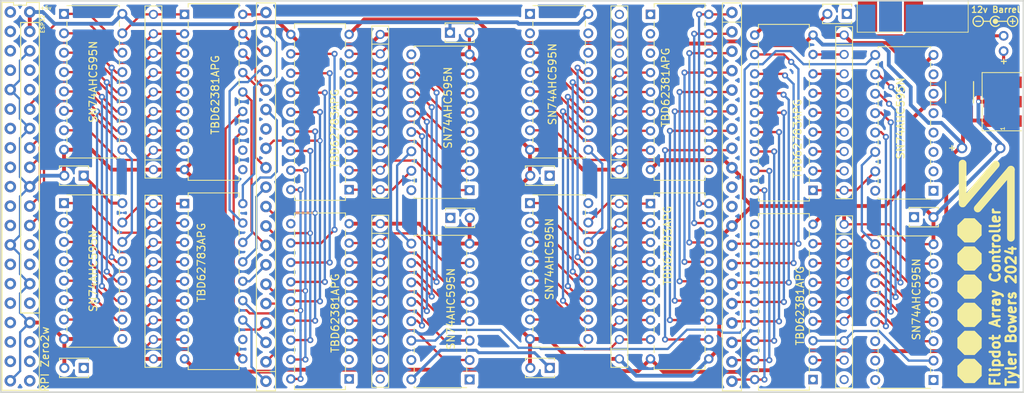
<source format=kicad_pcb>
(kicad_pcb (version 20240108) (generator "pcbnew") (generator_version "8.0")
  (layers (0 "F.Cu" signal) (1 "In1.Cu" signal) (2 "In2.Cu" signal) (31 "B.Cu" signal) (34 "B.Paste" user) (35 "F.Paste" user) (36 "B.SilkS" user "B.Silkscreen") (37 "F.SilkS" user "F.Silkscreen") (38 "B.Mask" user) (39 "F.Mask" user) (44 "Edge.Cuts" user))
  (net 0 "")
  (footprint "Luminator:TBD62381APG" (layer "F.Cu") (at 190.85 149.12 180)
    (property "Reference" "REF**" (hide yes))
    (property "Value" "TBD62381APG")
  )
  (footprint "FDA:CAP_YX_5X11_RUB" (layer "F.Cu") (at 215.76 106.13565 90)
    (property "Reference" "REF**" (hide yes))
    (property "Value" "CAP_YX_5X11_RUB" (hide yes))
  )
  (footprint "Luminator:8x10 R Array" (layer "F.Cu") (at 134.284 103.955)
    (property "Reference" "REF**" (hide yes))
    (property "Value" "8x10k R Array" (hide yes))
  )
  (footprint "FDA:10uf cap" (layer "F.Cu") (at 94.27 147.6 180)
    (property "Reference" "REF**" (hide yes))
    (property "Value" "CAPRR254W54L381T254H466" (hide yes))
  )
  (footprint "Luminator:8x10 R Array" (layer "F.Cu") (at 194.914 128.8)
    (property "Reference" "REF**" (hide yes))
    (property "Value" "8x10k R Array" (hide yes))
  )
  (footprint "FDA:CAP_YX_10X16_RUB" (layer "F.Cu") (at 210.32 118.82)
    (property "Reference" "REF**" (hide yes))
    (property "Value" "CAP")
  )
  (footprint "FDA:PJ-002A-F" (layer "F.Cu") (at 200.98 101.59 90)
    (property "Reference" "REF**" (hide yes))
    (property "Value" "PJ-002A-F")
  )
  (footprint "Luminator:8x10 R Array" (layer "F.Cu") (at 165.541 121.65 180)
    (property "Reference" "REF**" (hide yes))
    (property "Value" "8x10k R Array" (hide yes))
  )
  (footprint "FDA:10uf cap" (layer "F.Cu") (at 155.16 122.44 180)
    (property "Reference" "REF**" (hide yes))
    (property "Value" "CAPRR254W54L381T254H466" (hide yes))
  )
  (footprint "FDA:R78E5-FD" (layer "F.Cu") (at 215.605 112.76 -90)
    (property "Reference" "REF**" (hide yes))
    (property "Value" "R78E5-FD")
  )
  (footprint "Luminator:SN74AHC595N" (layer "F.Cu") (at 202.788 125.371 180)
    (property "Reference" "REF**" (hide yes))
    (property "Value" "SN74AHC595N")
  )
  (footprint "Luminator:TBD62783APG" (layer "F.Cu") (at 190.85 124.355 180)
    (property "Reference" "REF**" (hide yes))
    (property "Value" "TBD62783APG")
  )
  (footprint "FDA:10uf cap" (layer "F.Cu") (at 205.32 127.87)
    (property "Reference" "REF**" (hide yes))
    (property "Value" "CAPRR254W54L381T254H466" (hide yes))
  )
  (footprint "FDA:SIP-20" (layer "F.Cu") (at 119.35 125.21 90)
    (property "Reference" "REF**" (hide yes))
    (property "Value" "SIP-20" (hide yes))
  )
  (footprint "FDA:10uf cap" (layer "F.Cu") (at 155.17 147.6 180)
    (property "Reference" "REF**" (hide yes))
    (property "Value" "CAPRR254W54L381T254H466" (hide yes))
  )
  (footprint "FDA:10uf cap" (layer "F.Cu") (at 94.26 122.44 180)
    (property "Reference" "REF**" (hide yes))
    (property "Value" "CAPRR254W54L381T254H466" (hide yes))
  )
  (footprint "Luminator:SN74AHC595N" (layer "F.Cu") (at 157.667 125.079)
    (property "Reference" "REF**" (hide yes))
    (property "Value" "SN74AHC595N")
  )
  (footprint "Luminator:TBD62381APG" (layer "F.Cu") (at 169.605 101.33)
    (property "Reference" "REF**" (hide yes))
    (property "Value" "TBD62381APG")
  )
  (footprint "FDA:0ZCG_BEL" (layer "F.Cu") (at 210 111.53 90)
    (property "Reference" "REF**" (hide yes))
    (property "Value" "0ZCG_BEL" (hide yes))
  )
  (footprint "Luminator:SN74AHC595N" (layer "F.Cu") (at 96.767 100.314)
    (property "Reference" "REF**" (hide yes))
    (property "Value" "SN74AHC595N")
  )
  (footprint "Luminator:TBD62783APG" (layer "F.Cu") (at 169.605 126.095)
    (property "Reference" "REF**" (hide yes))
    (property "Value" "TBD62783APG")
  )
  (footprint "FDA:10uf cap" (layer "F.Cu") (at 144.72 127.96)
    (property "Reference" "REF**" (hide yes))
    (property "Value" "CAPRR254W54L381T254H466" (hide yes))
  )
  (footprint "FDA:10uf cap" (layer "F.Cu") (at 194 101.27 180)
    (property "Reference" "REF**" (hide yes))
    (property "Value" "CAPRR254W54L381T254H466" (hide yes))
  )
  (footprint "Luminator:8x10 R Array" (layer "F.Cu") (at 104.641 121.65 180)
    (property "Reference" "REF**" (hide yes))
    (property "Value" "8x10k R Array" (hide yes))
  )
  (footprint "Luminator:8x10 R Array" (layer "F.Cu") (at 194.914 104.035)
    (property "Reference" "REF**" (hide yes))
    (property "Value" "8x10k R Array" (hide yes))
  )
  (footprint "FDA:RPI Zero2w" (layer "F.Cu") (at 87.21 125.15 -90)
    (property "Reference" "REF**" (hide yes))
    (property "Value" "RPI Zero2w")
  )
  (footprint "Luminator:SN74AHC595N" (layer "F.Cu") (at 202.788 150.136 180)
    (property "Reference" "REF**" (hide yes))
    (property "Value" "SN74AHC595N")
  )
  (footprint "Luminator:TBD62381APG" (layer "F.Cu") (at 108.705 101.33)
    (property "Reference" "REF**" (hide yes))
    (property "Value" "TBD62381APG")
  )
  (footprint "Luminator:TBD62783APG" (layer "F.Cu") (at 130.22 124.275 180)
    (property "Reference" "REF**" (hide yes))
    (property "Value" "TBD62783APG")
  )
  (footprint "Luminator:SN74AHC595N" (layer "F.Cu") (at 142.158 150.056 180)
    (property "Reference" "REF**" (hide yes))
    (property "Value" "SN74AHC595N")
  )
  (footprint "Luminator:SN74AHC595N" (layer "F.Cu") (at 157.667 100.314)
    (property "Reference" "REF**" (hide yes))
    (property "Value" "SN74AHC595N")
  )
  (footprint "Luminator:SN74AHC595N" (layer "F.Cu") (at 142.158 125.291 180)
    (property "Reference" "REF**" (hide yes))
    (property "Value" "SN74AHC595N")
  )
  (footprint "Luminator:8x10 R Array" (layer "F.Cu") (at 134.284 128.72)
    (property "Reference" "REF**" (hide yes))
    (property "Value" "8x10k R Array" (hide yes))
  )
  (footprint "Luminator:8x10 R Array" (layer "F.Cu") (at 165.541 146.415 180)
    (property "Reference" "REF**" (hide yes))
    (property "Value" "8x10k R Array" (hide yes))
  )
  (footprint "Luminator:8x10 R Array" (layer "F.Cu") (at 104.641 146.415 180)
    (property "Reference" "REF**" (hide yes))
    (property "Value" "8x10k R Array" (hide yes))
  )
  (footprint "Luminator:TBD62381APG" (layer "F.Cu") (at 130.22 149.04 180)
    (property "Reference" "REF**" (hide yes))
    (property "Value" "TBD62381APG")
  )
  (footprint "FDA:SIP-20" (layer "F.Cu") (at 180.25 125.21 -90)
    (property "Reference" "REF**" (hide yes))
    (property "Value" "SIP-20" (hide yes))
  )
  (footprint "FDA:10uf cap" (layer "F.Cu") (at 144.67 103.73)
    (property "Reference" "REF**" (hide yes))
    (property "Value" "CAPRR254W54L381T254H466" (hide yes))
  )
  (footprint "Luminator:TBD62783APG" (layer "F.Cu") (at 108.705 126.095)
    (property "Reference" "REF**" (hide yes))
    (property "Value" "TBD62783APG")
  )
  (footprint "Luminator:SN74AHC595N" (layer "F.Cu") (at 96.767 125.079)
    (property "Reference" "REF**" (hide yes))
    (property "Value" "SN74AHC595N")
  )
  (gr_poly (pts (xy 213.9855 102.314) (xy 213.1355 102.314) (xy 213.1355 102.164) (xy 213.9855 102.164)) (stroke (width -0.000001)) (fill solid) (layer "F.SilkS"))
  (gr_line (start 210.4 126.075) (end 214.74 120.985) (stroke (width 1)) (layer "F.SilkS"))
  (gr_poly (pts (xy 212.894878 136.307439) (xy 212.894878 137.622683) (xy 211.965 138.552561) (xy 210.649756 138.552561) (xy 209.719878 137.622683) (xy 209.719878 136.307439) (xy 210.649756 135.377561) (xy 211.965 135.377561)) (stroke (width -0.000001)) (fill solid) (layer "F.SilkS"))
  (gr_line (start 216.71 121.65) (end 212.37 126.74) (stroke (width 1)) (layer "F.SilkS"))
  (gr_poly (pts (xy 212.894939 147.334939) (xy 212.894939 148.650183) (xy 211.965061 149.580061) (xy 210.649817 149.580061) (xy 209.719939 148.650183) (xy 209.719939 147.334939) (xy 210.649817 146.405061) (xy 211.965061 146.405061)) (stroke (width -0.000001)) (fill solid) (layer "F.SilkS"))
  (gr_poly (pts (xy 212.475044 101.489945) (xy 212.51396 101.492754) (xy 212.552209 101.497384) (xy 212.589748 101.503795) (xy 212.626536 101.511945) (xy 212.662532 101.521794) (xy 212.697695 101.5333) (xy 212.731984 101.546422) (xy 212.765357 101.561118) (xy 212.797774 101.577348) (xy 212.829193 101.595071) (xy 212.859572 101.614244) (xy 212.888871 101.634827) (xy 212.917049 101.65678) (xy 212.944064 101.680059) (xy 212.969875 101.704625) (xy 212.994441 101.730436) (xy 213.01772 101.757451) (xy 213.039672 101.785629) (xy 213.060256 101.814928) (xy 213.079429 101.845307) (xy 213.097151 101.876726) (xy 213.113381 101.909142) (xy 213.128078 101.942516) (xy 213.1412 101.976804) (xy 213.152706 102.011968) (xy 213.162554 102.047964) (xy 213.170705 102.084752) (xy 213.177116 102.122291) (xy 213.181746 102.160539) (xy 213.184554 102.199456) (xy 213.1855 102.239) (xy 213.184554 102.278544) (xy 213.181746 102.317461) (xy 213.177116 102.355709) (xy 213.170705 102.393248) (xy 213.162554 102.430036) (xy 213.152706 102.466032) (xy 213.1412 102.501196) (xy 213.128078 102.535484) (xy 213.113381 102.568858) (xy 213.097151 102.601274) (xy 213.079429 102.632693) (xy 213.060256 102.663072) (xy 213.039672 102.692371) (xy 213.01772 102.720549) (xy 212.994441 102.747564) (xy 212.969875 102.773375) (xy 212.944064 102.797941) (xy 212.917049 102.82122) (xy 212.888871 102.843173) (xy 212.859572 102.863756) (xy 212.829193 102.882929) (xy 212.797774 102.900652) (xy 212.765357 102.916882) (xy 212.731984 102.931578) (xy 212.697695 102.9447) (xy 212.662532 102.956206) (xy 212.626536 102.966055) (xy 212.589748 102.974205) (xy 212.552209 102.980616) (xy 212.51396 102.985246) (xy 212.475044 102.988055) (xy 212.4355 102.989) (xy 212.395956 102.988055) (xy 212.357039 102.985246) (xy 212.318791 102.980616) (xy 212.281252 102.974205) (xy 212.244464 102.966055) (xy 212.208467 102.956206) (xy 212.173304 102.9447) (xy 212.139015 102.931578) (xy 212.105642 102.916882) (xy 212.073226 102.900652) (xy 212.041807 102.882929) (xy 212.011428 102.863756) (xy 211.982128 102.843173) (xy 211.953951 102.82122) (xy 211.926936 102.797941) (xy 211.901125 102.773375) (xy 211.876559 102.747564) (xy 211.853279 102.720549) (xy 211.831327 102.692371) (xy 211.810744 102.663072) (xy 211.791571 102.632693) (xy 211.773848 102.601274) (xy 211.757618 102.568858) (xy 211.742922 102.535484) (xy 211.7298 102.501196) (xy 211.718294 102.466032) (xy 211.708445 102.430036) (xy 211.700295 102.393248) (xy 211.693884 102.355709) (xy 211.689253 102.317461) (xy 211.686445 102.278544) (xy 211.6855 102.239) (xy 211.685512 102.2385) (xy 211.85 102.2385) (xy 211.850737 102.269344) (xy 211.852928 102.299699) (xy 211.856539 102.329533) (xy 211.86154 102.358813) (xy 211.867897 102.387508) (xy 211.875579 102.415585) (xy 211.884554 102.443013) (xy 211.894789 102.469758) (xy 211.906252 102.495789) (xy 211.918912 102.521074) (xy 211.932735 102.54558) (xy 211.94769 102.569276) (xy 211.963745 102.59213) (xy 211.980868 102.614108) (xy 211.999026 102.63518) (xy 212.018187 102.655312) (xy 212.03832 102.674474) (xy 212.059392 102.692632) (xy 212.08137 102.709755) (xy 212.104223 102.72581) (xy 212.127919 102.740765) (xy 212.152426 102.754588) (xy 212.177711 102.767248) (xy 212.203742 102.778711) (xy 212.230487 102.788946) (xy 212.257914 102.79792) (xy 212.285992 102.805603) (xy 212.314686 102.81196) (xy 212.343967 102.81696) (xy 212.3738 102.820572) (xy 212.404156 102.822763) (xy 212.435 102.8235) (xy 212.465844 102.822763) (xy 212.496199 102.820572) (xy 212.526033 102.81696) (xy 212.555313 102.81196) (xy 212.584008 102.805603) (xy 212.612085 102.79792) (xy 212.639512 102.788946) (xy 212.666258 102.778711) (xy 212.692289 102.767248) (xy 212.717574 102.754588) (xy 212.74208 102.740765) (xy 212.765776 102.72581) (xy 212.788629 102.709755) (xy 212.810608 102.692632) (xy 212.83168 102.674474) (xy 212.851812 102.655312) (xy 212.870974 102.63518) (xy 212.889132 102.614108) (xy 212.906254 102.59213) (xy 212.922309 102.569276) (xy 212.937265 102.54558) (xy 212.951088 102.521074) (xy 212.963747 102.495789) (xy 212.975211 102.469758) (xy 212.985446 102.443013) (xy 212.99442 102.415585) (xy 213.002102 102.387508) (xy 213.00846 102.358813) (xy 213.01346 102.329533) (xy 213.017072 102.299699) (xy 213.019262 102.269344) (xy 213.02 102.2385) (xy 213.019262 102.207656) (xy 213.017072 102.177301) (xy 213.01346 102.147467) (xy 213.00846 102.118187) (xy 213.002102 102.089492) (xy 212.99442 102.061415) (xy 212.985446 102.033987) (xy 212.975211 102.007242) (xy 212.963747 101.981211) (xy 212.951088 101.955926) (xy 212.937265 101.93142) (xy 212.922309 101.907724) (xy 212.906254 101.88487) (xy 212.889132 101.862892) (xy 212.870974 101.84182) (xy 212.851812 101.821687) (xy 212.83168 101.802526) (xy 212.810608 101.784368) (xy 212.788629 101.767245) (xy 212.765776 101.75119) (xy 212.74208 101.736235) (xy 212.717574 101.722412) (xy 212.692289 101.709752) (xy 212.666258 101.698289) (xy 212.639512 101.688054) (xy 212.612085 101.679079) (xy 212.584008 101.671397) (xy 212.555313 101.66504) (xy 212.526033 101.660039) (xy 212.496199 101.656428) (xy 212.465844 101.654237) (xy 212.435 101.6535) (xy 212.404156 101.654237) (xy 212.3738 101.656428) (xy 212.343967 101.660039) (xy 212.314686 101.66504) (xy 212.285992 101.671397) (xy 212.257914 101.679079) (xy 212.230487 101.688054) (xy 212.203742 101.698289) (xy 212.177711 101.709752) (xy 212.152426 101.722412) (xy 212.127919 101.736235) (xy 212.104223 101.75119) (xy 212.08137 101.767245) (xy 212.059392 101.784368) (xy 212.03832 101.802526) (xy 212.018187 101.821687) (xy 211.999026 101.84182) (xy 211.980868 101.862892) (xy 211.963745 101.88487) (xy 211.94769 101.907724) (xy 211.932735 101.93142) (xy 211.918912 101.955926) (xy 211.906252 101.981211) (xy 211.894789 102.007242) (xy 211.884554 102.033987) (xy 211.875579 102.061415) (xy 211.867897 102.089492) (xy 211.86154 102.118187) (xy 211.856539 102.147467) (xy 211.852928 102.177301) (xy 211.850737 102.207656) (xy 211.85 102.2385) (xy 211.685512 102.2385) (xy 211.686445 102.199456) (xy 211.689253 102.160539) (xy 211.693884 102.122291) (xy 211.700295 102.084752) (xy 211.708445 102.047964) (xy 211.718294 102.011968) (xy 211.7298 101.976804) (xy 211.742922 101.942516) (xy 211.757618 101.909142) (xy 211.773848 101.876726) (xy 211.791571 101.845307) (xy 211.810744 101.814928) (xy 211.831327 101.785629) (xy 211.853279 101.757451) (xy 211.876559 101.730436) (xy 211.901125 101.704625) (xy 211.926936 101.680059) (xy 211.953951 101.65678) (xy 211.982128 101.634827) (xy 212.011428 101.614244) (xy 212.041807 101.595071) (xy 212.073226 101.577348) (xy 212.105642 101.561118) (xy 212.139015 101.546422) (xy 212.173304 101.5333) (xy 212.208467 101.521794) (xy 212.244464 101.511945) (xy 212.281252 101.503795) (xy 212.318791 101.497384) (xy 212.357039 101.492754) (xy 212.395956 101.489945) (xy 212.4355 101.489)) (stroke (width -0.000001)) (fill solid) (layer "F.SilkS"))
  (gr_rect (start 87.29 102.4) (end 89.74 140.41) (stroke (width 0.15)) (fill none) (layer "F.SilkS"))
  (gr_poly (pts (xy 216.975044 101.489945) (xy 217.013961 101.492754) (xy 217.052209 101.497384) (xy 217.089748 101.503795) (xy 217.126536 101.511945) (xy 217.162532 101.521794) (xy 217.197696 101.5333) (xy 217.231984 101.546422) (xy 217.265358 101.561118) (xy 217.297774 101.577348) (xy 217.329193 101.595071) (xy 217.359572 101.614244) (xy 217.388871 101.634827) (xy 217.417049 101.65678) (xy 217.444064 101.680059) (xy 217.469875 101.704625) (xy 217.494441 101.730436) (xy 217.51772 101.757451) (xy 217.539673 101.785629) (xy 217.560256 101.814928) (xy 217.579429 101.845307) (xy 217.597152 101.876726) (xy 217.613382 101.909142) (xy 217.628078 101.942516) (xy 217.6412 101.976804) (xy 217.652706 102.011968) (xy 217.662555 102.047964) (xy 217.670705 102.084752) (xy 217.677116 102.122291) (xy 217.681746 102.160539) (xy 217.684555 102.199456) (xy 217.6855 102.239) (xy 217.684555 102.278544) (xy 217.681746 102.317461) (xy 217.677116 102.355709) (xy 217.670705 102.393248) (xy 217.662555 102.430036) (xy 217.652706 102.466032) (xy 217.6412 102.501196) (xy 217.628078 102.535484) (xy 217.613382 102.568858) (xy 217.597152 102.601274) (xy 217.579429 102.632693) (xy 217.560256 102.663072) (xy 217.539673 102.692371) (xy 217.51772 102.720549) (xy 217.494441 102.747564) (xy 217.469875 102.773375) (xy 217.444064 102.797941) (xy 217.417049 102.82122) (xy 217.388871 102.843173) (xy 217.359572 102.863756) (xy 217.329193 102.882929) (xy 217.297774 102.900652) (xy 217.265358 102.916882) (xy 217.231984 102.931578) (xy 217.197696 102.9447) (xy 217.162532 102.956206) (xy 217.126536 102.966055) (xy 217.089748 102.974205) (xy 217.052209 102.980616) (xy 217.013961 102.985246) (xy 216.975044 102.988055) (xy 216.9355 102.989) (xy 216.895956 102.988055) (xy 216.857039 102.985246) (xy 216.818791 102.980616) (xy 216.781252 102.974205) (xy 216.744464 102.966055) (xy 216.708468 102.956206) (xy 216.673304 102.9447) (xy 216.639016 102.931578) (xy 216.605642 102.916882) (xy 216.573226 102.900652) (xy 216.541807 102.882929) (xy 216.511428 102.863756) (xy 216.482129 102.843173) (xy 216.453951 102.82122) (xy 216.426936 102.797941) (xy 216.401125 102.773375) (xy 216.376559 102.747564) (xy 216.35328 102.720549) (xy 216.331327 102.692371) (xy 216.310744 102.663072) (xy 216.291571 102.632693) (xy 216.273848 102.601274) (xy 216.257618 102.568858) (xy 216.242922 102.535484) (xy 216.2298 102.501196) (xy 216.218294 102.466032) (xy 216.208445 102.430036) (xy 216.200295 102.393248) (xy 216.193884 102.355709) (xy 216.189254 102.317461) (xy 216.186445 102.278544) (xy 216.1855 102.239) (xy 216.185512 102.2385) (xy 216.35 102.2385) (xy 216.350737 102.269344) (xy 216.352928 102.299699) (xy 216.35654 102.329533) (xy 216.36154 102.358813) (xy 216.367897 102.387508) (xy 216.37558 102.415585) (xy 216.384554 102.443013) (xy 216.394789 102.469758) (xy 216.406252 102.495789) (xy 216.418912 102.521074) (xy 216.432735 102.54558) (xy 216.44769 102.569276) (xy 216.463745 102.59213) (xy 216.480868 102.614108) (xy 216.499026 102.63518) (xy 216.518188 102.655312) (xy 216.53832 102.674474) (xy 216.559392 102.692632) (xy 216.58137 102.709755) (xy 216.604224 102.72581) (xy 216.62792 102.740765) (xy 216.652426 102.754588) (xy 216.677711 102.767248) (xy 216.703742 102.778711) (xy 216.730487 102.788946) (xy 216.757915 102.79792) (xy 216.785992 102.805603) (xy 216.814686 102.81196) (xy 216.843967 102.81696) (xy 216.873801 102.820572) (xy 216.904156 102.822763) (xy 216.935 102.8235) (xy 216.965844 102.822763) (xy 216.996199 102.820572) (xy 217.026033 102.81696) (xy 217.055313 102.81196) (xy 217.084008 102.805603) (xy 217.112085 102.79792) (xy 217.139512 102.788946) (xy 217.166258 102.778711) (xy 217.192289 102.767248) (xy 217.217574 102.754588) (xy 217.24208 102.740765) (xy 217.265776 102.72581) (xy 217.288629 102.709755) (xy 217.310608 102.692632) (xy 217.33168 102.674474) (xy 217.351812 102.655312) (xy 217.370974 102.63518) (xy 217.389132 102.614108) (xy 217.406254 102.59213) (xy 217.422309 102.569276) (xy 217.437265 102.54558) (xy 217.451088 102.521074) (xy 217.463747 102.495789) (xy 217.475211 102.469758) (xy 217.485446 102.443013) (xy 217.49442 102.415585) (xy 217.502102 102.387508) (xy 217.50846 102.358813) (xy 217.51346 102.329533) (xy 217.517072 102.299699) (xy 217.519262 102.269344) (xy 217.52 102.2385) (xy 217.519262 102.207656) (xy 217.517072 102.177301) (xy 217.51346 102.147467) (xy 217.50846 102.118187) (xy 217.502102 102.089492) (xy 217.49442 102.061415) (xy 217.485446 102.033987) (xy 217.475211 102.007242) (xy 217.463747 101.981211) (xy 217.451088 101.955926) (xy 217.437265 101.93142) (xy 217.422309 101.907724) (xy 217.406254 101.88487) (xy 217.389132 101.862892) (xy 217.370974 101.84182) (xy 217.351812 101.821687) (xy 217.33168 101.802526) (xy 217.310608 101.784368) (xy 217.288629 101.767245) (xy 217.265776 101.75119) (xy 217.24208 101.736235) (xy 217.217574 101.722412) (xy 217.192289 101.709752) (xy 217.166258 101.698289) (xy 217.139512 101.688054) (xy 217.112085 101.679079) (xy 217.084008 101.671397) (xy 217.055313 101.66504) (xy 217.026033 101.660039) (xy 216.996199 101.656428) (xy 216.965844 101.654237) (xy 216.935 101.6535) (xy 216.904156 101.654237) (xy 216.873801 101.656428) (xy 216.843967 101.660039) (xy 216.814686 101.66504) (xy 216.785992 101.671397) (xy 216.757915 101.679079) (xy 216.730487 101.688054) (xy 216.703742 101.698289) (xy 216.677711 101.709752) (xy 216.652426 101.722412) (xy 216.62792 101.736235) (xy 216.604224 101.75119) (xy 216.58137 101.767245) (xy 216.559392 101.784368) (xy 216.53832 101.802526) (xy 216.518188 101.821687) (xy 216.499026 101.84182) (xy 216.480868 101.862892) (xy 216.463745 101.88487) (xy 216.44769 101.907724) (xy 216.432735 101.93142) (xy 216.418912 101.955926) (xy 216.406252 101.981211) (xy 216.394789 102.007242) (xy 216.384554 102.033987) (xy 216.37558 102.061415) (xy 216.367897 102.089492) (xy 216.36154 102.118187) (xy 216.35654 102.147467) (xy 216.352928 102.177301) (xy 216.350737 102.207656) (xy 216.35 102.2385) (xy 216.185512 102.2385) (xy 216.186445 102.199456) (xy 216.189254 102.160539) (xy 216.193884 102.122291) (xy 216.200295 102.084752) (xy 216.208445 102.047964) (xy 216.218294 102.011968) (xy 216.2298 101.976804) (xy 216.242922 101.942516) (xy 216.257618 101.909142) (xy 216.273848 101.876726) (xy 216.291571 101.845307) (xy 216.310744 101.814928) (xy 216.331327 101.785629) (xy 216.35328 101.757451) (xy 216.376559 101.730436) (xy 216.401125 101.704625) (xy 216.426936 101.680059) (xy 216.453951 101.65678) (xy 216.482129 101.634827) (xy 216.511428 101.614244) (xy 216.541807 101.595071) (xy 216.573226 101.577348) (xy 216.605642 101.561118) (xy 216.639016 101.546422) (xy 216.673304 101.5333) (xy 216.708468 101.521794) (xy 216.744464 101.511945) (xy 216.781252 101.503795) (xy 216.818791 101.497384) (xy 216.857039 101.492754) (xy 216.895956 101.489945) (xy 216.9355 101.489)) (stroke (width -0.000001)) (fill solid) (layer "F.SilkS"))
  (gr_poly (pts (xy 212.8105 102.314) (xy 212.0605 102.314) (xy 212.0605 102.164) (xy 212.8105 102.164)) (stroke (width -0.000001)) (fill solid) (layer "F.SilkS"))
  (gr_poly (pts (xy 214.736 101.4915) (xy 214.773 101.495) (xy 214.81 101.5005) (xy 214.8465 101.5075) (xy 214.8825 101.516) (xy 214.918 101.527) (xy 214.953 101.54) (xy 214.9875 101.554) (xy 215.0215 101.5695) (xy 215.054 101.587) (xy 215.086 101.606) (xy 215.117 101.627) (xy 215.147 101.649) (xy 215.1755 101.6725) (xy 215.203 101.6975) (xy 215.2295 101.724) (xy 215.2545 101.7515) (xy 215.278 101.78) (xy 215.3 101.81) (xy 215.166 101.9035) (xy 215.1495 101.88) (xy 215.131 101.8575) (xy 215.1115 101.836) (xy 215.091 101.815) (xy 215.069 101.7955) (xy 215.0465 101.777) (xy 215.023 101.76) (xy 214.999 101.7435) (xy 214.974 101.7285) (xy 214.948 101.715) (xy 214.922 101.702) (xy 214.895 101.691) (xy 214.8675 101.6815) (xy 214.8395 101.673) (xy 214.811 101.666) (xy 214.7825 101.6605) (xy 214.7535 101.6565) (xy 214.7245 101.654) (xy 214.6955 101.6525) (xy 214.6665 101.653) (xy 214.637 101.6545) (xy 214.608 101.6575) (xy 214.5795 101.662) (xy 214.551 101.668) (xy 214.5225 101.6755) (xy 214.495 101.6845) (xy 214.4675 101.6945) (xy 214.441 101.7055) (xy 214.4145 101.718) (xy 214.389 101.7325) (xy 214.364 101.7475) (xy 214.34 101.764) (xy 214.317 101.782) (xy 214.295 101.8005) (xy 214.2735 101.8205) (xy 214.2535 101.8415) (xy 214.234 101.8635) (xy 214.2155 101.8865) (xy 214.1985 101.91) (xy 214.183 101.9345) (xy 214.1685 101.96) (xy 214.155 101.986) (xy 214.143 102.0125) (xy 214.1325 102.0395) (xy 214.1235 102.0675) (xy 214.1155 102.0955) (xy 214.109 102.124) (xy 214.104 102.1525) (xy 214.1005 102.1815) (xy 214.098 102.2105) (xy 214.0975 102.2395) (xy 214.098 102.269) (xy 214.1005 102.298) (xy 214.104 102.327) (xy 214.109 102.3555) (xy 214.1155 102.384) (xy 214.1235 102.412) (xy 214.1325 102.4395) (xy 214.1435 102.467) (xy 214.155 102.4935) (xy 214.1685 102.5195) (xy 214.183 102.5445) (xy 214.1985 102.569) (xy 214.2155 102.593) (xy 214.2335 102.6155) (xy 214.2525 102.6375) (xy 214.273 102.6585) (xy 214.294 102.6785) (xy 214.3165 102.6975) (xy 214.3395 102.715) (xy 214.3635 102.7315) (xy 214.3885 102.747) (xy 214.414 102.761) (xy 214.44 102.7735) (xy 214.467 102.7855) (xy 214.494 102.796) (xy 214.522 102.8045) (xy 214.55 102.812) (xy 214.5785 102.818) (xy 214.6075 102.8225) (xy 214.6365 102.8255) (xy 214.6655 102.827) (xy 214.695 102.8275) (xy 214.724 102.826) (xy 214.753 102.8235) (xy 214.782 102.8195) (xy 214.8105 102.814) (xy 214.8385 102.807) (xy 214.8665 102.7985) (xy 214.894 102.789) (xy 214.921 102.7775) (xy 214.9475 102.766) (xy 214.973 102.752) (xy 214.9985 102.737) (xy 215.0225 102.721) (xy 215.046 102.7035) (xy 215.0685 102.685) (xy 215.09 102.6655) (xy 215.1105 102.645) (xy 215.13 102.6235) (xy 215.1485 102.6005) (xy 215.1665 102.5775) (xy 215.299 102.67) (xy 215.2765 102.7) (xy 215.253 102.729) (xy 215.228 102.7565) (xy 215.202 102.783) (xy 215.1745 102.8075) (xy 215.1455 102.8315) (xy 215.1155 102.8535) (xy 215.0845 102.874) (xy 215.053 102.893) (xy 215.02 102.9105) (xy 214.9865 102.9265) (xy 214.952 102.9405) (xy 214.917 102.9525) (xy 214.881 102.963) (xy 214.845 102.9715) (xy 214.8085 102.9785) (xy 214.7715 102.984) (xy 214.7345 102.9875) (xy 214.6975 102.989) (xy 214.6605 102.9885) (xy 214.623 102.9865) (xy 214.5865 102.9825) (xy 214.5495 102.9765) (xy 214.513 102.969) (xy 214.477 102.9595) (xy 214.4415 102.948) (xy 214.407 102.935) (xy 214.3725 102.9205) (xy 214.3395 102.904) (xy 214.3065 102.886) (xy 214.275 102.8665) (xy 214.2445 102.8455) (xy 214.215 102.823) (xy 214.1865 102.7985) (xy 214.1595 102.7735) (xy 214.1335 102.7465) (xy 214.109 102.7185) (xy 214.086 102.6895) (xy 214.0645 102.659) (xy 214.0445 102.628) (xy 214.0265 102.5955) (xy 214.0095 102.5625) (xy 213.994 102.5285) (xy 213.9805 102.494) (xy 213.969 102.458) (xy 213.959 102.4225) (xy 213.9505 102.386) (xy 213.9445 102.3495) (xy 213.9395 102.3125) (xy 213.937 102.2755) (xy 213.936 102.2385) (xy 213.937 102.201) (xy 213.9395 102.164) (xy 213.9445 102.127) (xy 213.951 102.0905) (xy 213.959 102.0545) (xy 213.969 102.0185) (xy 213.981 101.9835) (xy 213.9945 101.949) (xy 214.0095 101.915) (xy 214.0265 101.882) (xy 214.0455 101.85) (xy 214.0655 101.8185) (xy 214.087 101.788) (xy 214.1105 101.759) (xy 214.135 101.731) (xy 214.1605 101.7045) (xy 214.188 101.679) (xy 214.216 101.655) (xy 214.246 101.6325) (xy 214.2765 101.6115) (xy 214.308 101.592) (xy 214.3405 101.574) (xy 214.374 101.5575) (xy 214.408 101.543) (xy 214.443 101.53) (xy 214.4785 101.5195) (xy 214.5145 101.51) (xy 214.551 101.5025) (xy 214.5875 101.4965) (xy 214.6245 101.4925) (xy 214.662 101.4905) (xy 214.699 101.49)) (stroke (width -0.000001)) (fill solid) (layer "F.SilkS"))
  (gr_line (start 216.71 130.57) (end 216.71 121.65) (stroke (width 1)) (layer "F.SilkS"))
  (gr_poly (pts (xy 217.0105 102.614) (xy 216.8605 102.614) (xy 216.8605 101.864) (xy 217.0105 101.864)) (stroke (width -0.000001)) (fill solid) (layer "F.SilkS"))
  (gr_poly (pts (xy 212.897378 139.997439) (xy 212.897378 141.312683) (xy 211.9675 142.242561) (xy 210.652256 142.242561) (xy 209.722378 141.312683) (xy 209.722378 139.997439) (xy 210.652256 139.067561) (xy 211.9675 139.067561)) (stroke (width -0.000001)) (fill solid) (layer "F.SilkS"))
  (gr_poly (pts (xy 212.892439 143.664878) (xy 212.892439 144.980122) (xy 211.962561 145.91) (xy 210.647317 145.91) (xy 209.717439 144.980122) (xy 209.717439 143.664878) (xy 210.647317 142.735) (xy 211.962561 142.735)) (stroke (width -0.000001)) (fill solid) (layer "F.SilkS"))
  (gr_line (start 210.4 120.85) (end 210.4 126.075) (stroke (width 1)) (layer "F.SilkS"))
  (gr_poly (pts (xy 212.88875 132.624878) (xy 212.88875 133.940122) (xy 211.958872 134.87) (xy 210.643628 134.87) (xy 209.71375 133.940122) (xy 209.71375 132.624878) (xy 210.643628 131.695) (xy 211.958872 131.695)) (stroke (width -0.000001)) (fill solid) (layer "F.SilkS"))
  (gr_poly (pts (xy 214.703424 101.889441) (xy 214.72156 101.89075) (xy 214.739387 101.892908) (xy 214.756886 101.895896) (xy 214.774039 101.899696) (xy 214.790824 101.904286) (xy 214.807224 101.909649) (xy 214.823218 101.915766) (xy 214.838788 101.922616) (xy 214.853913 101.93018) (xy 214.868575 101.938441) (xy 214.882754 101.947377) (xy 214.89643 101.95697) (xy 214.909584 101.967201) (xy 214.922197 101.978051) (xy 214.93425 101.9895) (xy 214.945722 102.001529) (xy 214.956595 102.014119) (xy 214.966849 102.02725) (xy 214.976464 102.040904) (xy 214.985422 102.055061) (xy 214.993703 102.069702) (xy 215.001287 102.084808) (xy 215.008156 102.100359) (xy 215.014289 102.116337) (xy 215.019667 102.132721) (xy 215.024271 102.149494) (xy 215.028082 102.166635) (xy 215.031079 102.184125) (xy 215.033244 102.201946) (xy 215.034557 102.220077) (xy 215.035 102.2385) (xy 215.034557 102.256924) (xy 215.033244 102.27506) (xy 215.031079 102.292887) (xy 215.028082 102.310387) (xy 215.024271 102.327539) (xy 215.019667 102.344325) (xy 215.014289 102.360724) (xy 215.008156 102.376719) (xy 215.001287 102.392288) (xy 214.993703 102.407414) (xy 214.985422 102.422075) (xy 214.976464 102.436254) (xy 214.966849 102.44993) (xy 214.956595 102.463084) (xy 214.945722 102.475698) (xy 214.93425 102.48775) (xy 214.922197 102.499222) (xy 214.909584 102.510095) (xy 214.89643 102.520349) (xy 214.882754 102.529965) (xy 214.868575 102.538923) (xy 214.853913 102.547204) (xy 214.838788 102.554788) (xy 214.823218 102.561656) (xy 214.807224 102.567789) (xy 214.790824 102.573167) (xy 214.774039 102.577772) (xy 214.756886 102.581582) (xy 214.739387 102.58458) (xy 214.72156 102.586745) (xy 214.703424 102.588058) (xy 214.685 102.5885) (xy 214.666577 102.588058) (xy 214.648445 102.586745) (xy 214.630625 102.58458) (xy 214.613134 102.581582) (xy 214.595994 102.577772) (xy 214.579221 102.573167) (xy 214.562837 102.567789) (xy 214.546859 102.561656) (xy 214.531308 102.554788) (xy 214.516202 102.547204) (xy 214.501561 102.538923) (xy 214.487404 102.529965) (xy 214.47375 102.520349) (xy 214.460619 102.510095) (xy 214.448029 102.499222) (xy 214.436 102.48775) (xy 214.424551 102.475698) (xy 214.413701 102.463084) (xy 214.40347 102.44993) (xy 214.393877 102.436254) (xy 214.38494 102.422075) (xy 214.37668 102.407414) (xy 214.369115 102.392288) (xy 214.362265 102.376719) (xy 214.356149 102.360724) (xy 214.350786 102.344325) (xy 214.346195 102.327539) (xy 214.342396 102.310387) (xy 214.339408 102.292887) (xy 214.337249 102.27506) (xy 214.33594 102.256924) (xy 214.3355 102.2385) (xy 214.33594 102.220077) (xy 214.337249 102.201946) (xy 214.339408 102.184125) (xy 214.342396 102.166635) (xy 214.346195 102.149494) (xy 214.350786 102.132721) (xy 214.356149 102.116337) (xy 214.362265 102.100359) (xy 214.369115 102.084808) (xy 214.37668 102.069702) (xy 214.38494 102.055061) (xy 214.393877 102.040904) (xy 214.40347 102.02725) (xy 214.413701 102.014119) (xy 214.424551 102.001529) (xy 214.436 101.9895) (xy 214.448029 101.978051) (xy 214.460619 101.967201) (xy 214.47375 101.95697) (xy 214.487404 101.947377) (xy 214.501561 101.938441) (xy 214.516202 101.93018) (xy 214.531308 101.922616) (xy 214.546859 101.915766) (xy 214.562837 101.909649) (xy 214.579221 101.904286) (xy 214.595994 101.899696) (xy 214.613134 101.895896) (xy 214.630625 101.892908) (xy 214.648445 101.89075) (xy 214.666577 101.889441) (xy 214.685 101.889)) (stroke (width -0.000001)) (fill solid) (layer "F.SilkS"))
  (gr_poly (pts (xy 212.88625 128.934878) (xy 212.88625 130.250122) (xy 211.956372 131.18) (xy 210.641128 131.18) (xy 209.71125 130.250122) (xy 209.71125 128.934878) (xy 210.641128 128.005) (xy 211.956372 128.005)) (stroke (width -0.000001)) (fill solid) (layer "F.SilkS"))
  (gr_poly (pts (xy 217.3105 102.314) (xy 216.5605 102.314) (xy 216.5605 102.164) (xy 217.3105 102.164)) (stroke (width -0.000001)) (fill solid) (layer "F.SilkS"))
  (gr_poly (pts (xy 216.2105 102.314) (xy 214.9105 102.314) (xy 214.9105 102.164) (xy 216.2105 102.164)) (stroke (width -0.000001)) (fill solid) (layer "F.SilkS"))
  (gr_rect (start 84.69 99.55) (end 218.34 150.77) (stroke (width 0.2)) (fill none) (layer "Edge.Cuts"))
  (gr_text "+5v" (at 89.78 100.77 0) (layer "F.SilkS") (effects (font (size 0.5 0.5) (thickness 0.1) (bold yes)) (justify left bottom)))
  (gr_text "12v Barrel" (at 211.43 101.18 0) (layer "F.SilkS") (effects (font (size 0.8 0.8) (thickness 0.16) (bold yes)) (justify left bottom)))
  (gr_text "ESP32" (at 90.45 103.85 90) (layer "F.SilkS") (effects (font (size 0.5 0.5) (thickness 0.1) (bold yes)) (justify left bottom)))
  (gr_text "Flipdot Array Controller\nTyler Bowers 2024" (at 217.5 150.15 90) (layer "F.SilkS") (effects (font (size 1.3 1.3) (thickness 0.3) (bold yes)) (justify left bottom)))
  (gr_text "1" (at 215.93 116.58 90) (layer "F.SilkS") (effects (font (size 0.5 0.5) (thickness 0.1) (bold yes)) (justify left bottom)))
  (segment (start 160.715 138.795) (end 161.4135 138.795) (width 0.3) (layer "F.Cu") (net 0))
  (segment (start 164.271 115.3) (end 165.541 114.03) (width 0.3) (layer "F.Cu") (net 0))
  (segment (start 96.19 102.52) (end 91.9 102.52) (width 0.3) (layer "F.Cu") (net 0))
  (segment (start 156.3015 143.8115) (end 153.857 143.8115) (width 0.5) (layer "F.Cu") (net 0))
  (segment (start 203.3595 136.4835) (end 199.486 132.61) (width 0.3) (layer "F.Cu") (net 0))
  (segment (start 119.35 118.86) (end 120.35 117.86) (width 0.3) (layer "F.Cu") (net 0))
  (segment (start 110.78 119.62) (end 110.735 119.62) (width 0.5) (layer "F.Cu") (net 0))
  (segment (start 178.37 104.87) (end 181.66 104.87) (width 0.5) (layer "F.Cu") (net 0))
  (segment (start 142.7295 144.0235) (end 138.856 140.15) (width 0.3) (layer "F.Cu") (net 0))
  (segment (start 124.505 137.49) (end 120.2 137.49) (width 0.3) (layer "F.Cu") (net 0))
  (segment (start 138.4115 111.575) (end 138.348 111.6385) (width 0.3) (layer "F.Cu") (net 0))
  (segment (start 194.914 119.275) (end 190.85 119.275) (width 0.3) (layer "F.Cu") (net 0))
  (segment (start 208.26 144.48) (end 207.34 145.4) (width 0.5) (layer "F.Cu") (net 0))
  (segment (start 165.541 133.715) (end 169.605 133.715) (width 0.3) (layer "F.Cu") (net 0))
  (segment (start 203.3595 133.9435) (end 199.596 130.18) (width 0.3) (layer "F.Cu") (net 0))
  (segment (start 118.615 106.16) (end 119.35 106.16) (width 0.3) (layer "F.Cu") (net 0))
  (segment (start 92.957 143.8115) (end 90.8055 141.66) (width 0.5) (layer "F.Cu") (net 0))
  (segment (start 122.6 141.42) (end 125.775 141.42) (width 0.3) (layer "F.Cu") (net 0))
  (segment (start 203.3595 131.4035) (end 206.598 131.4035) (width 0.3) (layer "F.Cu") (net 0))
  (segment (start 100.069 145.145) (end 103.371 145.145) (width 0.3) (layer "F.Cu") (net 0))
  (segment (start 99.815 141.335) (end 100.5135 141.335) (width 0.3) (layer "F.Cu") (net 0))
  (segment (start 122.6 103.955) (end 123.895 105.25) (width 0.5) (layer "F.Cu") (net 0))
  (segment (start 142.7295 133.8635) (end 138.856 129.99) (width 0.3) (layer "F.Cu") (net 0))
  (segment (start 160.715 116.57) (end 161.4135 116.57) (width 0.3) (layer "F.Cu") (net 0))
  (segment (start 145.94 106.5305) (end 145.968 106.5585) (width 0.4) (layer "F.Cu") (net 0))
  (segment (start 177.225 111.49) (end 180 111.49) (width 0.3) (layer "F.Cu") (net 0))
  (segment (start 160.715 108.95) (end 161.4135 108.95) (width 0.3) (layer "F.Cu") (net 0))
  (segment (start 93 147.6) (end 93 143.8545) (width 0.5) (layer "F.Cu") (net 0))
  (segment (start 185.77 119.275) (end 183.23 119.275) (width 0.3) (layer "F.Cu") (net 0))
  (segment (start 206.598 133.9435) (end 203.3595 133.9435) (width 0.3) (layer "F.Cu") (net 0))
  (segment (start 134.284 133.8) (end 130.22 133.8) (width 0.3) (layer "F.Cu") (net 0))
  (segment (start 160.969 132.445) (end 164.271 132.445) (width 0.3) (layer "F.Cu") (net 0))
  (segment (start 121.1 147.83) (end 120.85 148.08) (width 0.5) (layer "F.Cu") (net 0))
  (segment (start 139.745 142.055) (end 139.11 141.42) (width 0.3) (layer "F.Cu") (net 0))
  (segment (start 125.775 127.31) (end 120.18 127.31) (width 0.3) (layer "F.Cu") (net 0))
  (segment (start 209.21435 104.13565) (end 209.195 104.155) (width 0.4) (layer "F.Cu") (net 0))
  (segment (start 183.23 131.34) (end 188.945 131.34) (width 0.3) (layer "F.Cu") (net 0))
  (segment (start 153.857 141.2715) (end 157.0955 141.2715) (width 0.3) (layer "F.Cu") (net 0))
  (segment (start 112.8 142.89) (end 112.8 125.745) (width 0.5) (layer "F.Cu") (net 0))
  (segment (start 200.27 126.41) (end 194.96 126.41) (width 0.5) (layer "F.Cu") (net 0))
  (segment (start 204.3265 108.91) (end 204.31 108.91) (width 0.5) (layer "F.Cu") (net 0))
  (segment (start 97.275 114.03) (end 99.815 116.57) (width 0.3) (layer "F.Cu") (net 0))
  (segment (start 90.8055 141.66) (end 88.48 141.66) (width 0.5) (layer "F.Cu") (net 0))
  (segment (start 139.11 109.035) (end 138.4115 109.035) (width 0.3) (layer "F.Cu") (net 0))
  (segment (start 203.3595 144.1035) (end 199.486 140.23) (width 0.3) (layer "F.Cu") (net 0))
  (segment (start 100.069 110.22) (end 103.371 110.22) (width 0.3) (layer "F.Cu") (net 0))
  (segment (start 95.935 105.07) (end 92.08 105.07) (width 0.3) (layer "F.Cu") (net 0))
  (segment (start 115.5 142.58) (end 118.49 142.58) (width 0.3) (layer "F.Cu") (net 0))
  (segment (start 135.554 132.53) (end 134.284 133.8) (width 0.3) (layer "F.Cu") (net 0))
  (segment (start 178.09 105.15) (end 162.42 105.15) (width 0.5) (layer "F.Cu") (net 0))
  (segment (start 191.64 102.36) (end 191.63 102.36) (width 0.4) (layer "F.Cu") (net 0))
  (segment (start 138.348 144.0235) (end 138.5385 144.0235) (width 0.3) (layer "F.Cu") (net 0))
  (segment (start 92.51 112.68) (end 91.67 113.52) (width 0.3) (layer "F.Cu") (net 0))
  (segment (start 134.284 138.88) (end 130.22 138.88) (width 0.3) (layer "F.Cu") (net 0))
  (segment (start 100.069 105.14) (end 103.371 105.14) (width 0.3) (layer "F.Cu") (net 0))
  (segment (start 91.67 113.52) (end 91.67 118.47) (width 0.3) (layer "F.Cu") (net 0))
  (segment (start 208.32 105.2) (end 210 106.88) (width 0.5) (layer "F.Cu") (net 0))
  (segment (start 92.08 105.07) (end 90.53 106.62) (width 0.3) (layer "F.Cu") (net 0))
  (segment (start 201.01 115.465) (end 199.74 114.195) (width 0.3) (layer "F.Cu") (net 0))
  (segment (start 100.069 134.985) (end 103.371 134.985) (width 0.3) (layer "F.Cu") (net 0))
  (segment (start 206.59 127.87) (end 202.725 124.005) (width 0.5) (layer "F.Cu") (net 0))
  (segment (start 194.914 109.115) (end 190.85 109.115) (width 0.3) (layer "F.Cu") (net 0))
  (segment (start 168.01 148.01) (end 158.83 148.01) (width 0.5) (layer "F.Cu") (net 0))
  (segment (start 103.371 107.68) (end 104.641 106.41) (width 0.3) (layer "F.Cu") (net 0))
  (segment (start 210 114.1462) (end 210.448 114.5942) (width 0.5) (layer "F.Cu") (net 0))
  (segment (start 145.968 111.6385) (end 142.7295 111.6385) (width 0.3) (layer "F.Cu") (net 0))
  (segment (start 196.42 131.34) (end 194.914 131.34) (width 0.3) (layer "F.Cu") (net 0))
  (segment (start 135.554 135.07) (end 134.284 136.34) (width 0.3) (layer "F.Cu") (net 0))
  (segment (start 206.598 144.1035) (end 203.3595 144.1035) (width 0.3) (layer "F.Cu") (net 0))
  (segment (start 164.271 129.905) (end 165.541 128.635) (width 0.3) (layer "F.Cu") (net 0))
  (segment (start 135.554 137.61) (end 134.284 138.88) (width 0.3) (layer "F.Cu") (net 0))
  (segment (start 185.135 146.58) (end 183.23 146.58) (width 0.3) (layer "F.Cu") (net 0))
  (segment (start 138.856 112.845) (end 135.554 112.845) (width 0.3) (layer "F.Cu") (net 0))
  (segment (start 92.957 108.8865) (end 96.1955 108.8865) (width 0.3) (layer "F.Cu") (net 0))
  (segment (start 104.641 108.95) (end 108.705 108.95) (width 0.3) (layer "F.Cu") (net 0))
  (segment (start 134.284 111.575) (end 130.22 111.575) (width 0.3) (layer "F.Cu") (net 0))
  (segment (start 165.541 128.635) (end 169.605 128.635) (width 0.3) (layer "F.Cu") (net 0))
  (segment (start 116.325 106.41) (end 117.99 108.075) (width 0.3) (layer "F.Cu") (net 0))
  (segment (start 194.914 128.8) (end 200.756 128.8) (width 0.3) (layer "F.Cu") (net 0))
  (segment (start 142.7295 116.7185) (end 138.856 112.845) (width 0.3) (layer "F.Cu") (net 0))
  (segment (start 210.448 114.5942) (end 210.448 118.692) (width 0.5) (layer "F.Cu") (net 0))
  (segment (start 204.31 108.91) (end 200.47 105.07) (width 0.5) (layer "F.Cu") (net 0))
  (segment (start 160.969 112.76) (end 164.271 112.76) (width 0.3) (layer "F.Cu") (net 0))
  (segment (start 157.0955 128.5715) (end 160.969 132.445) (width 0.3) (layer "F.Cu") (net 0))
  (segment (start 142.0035 131.3235) (end 139.4 128.72) (width 0.5) (layer "F.Cu") (net 0))
  (segment (start 104.641 141.335) (end 108.705 141.335) (width 0.3) (layer "F.Cu") (net 0))
  (segment (start 194.914 141.5) (end 190.85 141.5) (width 0.3) (layer "F.Cu") (net 0))
  (segment (start 157.0955 111.4265) (end 160.969 115.3) (width 0.3) (layer "F.Cu") (net 0))
  (segment (start 158.83 148.01) (end 157.54 149.3) (width 0.5) (layer "F.Cu") (net 0))
  (segment (start 165.541 141.335) (end 169.605 141.335) (width 0.3) (layer "F.Cu") (net 0))
  (segment (start 194.914 121.815) (end 190.85 121.815) (width 0.3) (layer "F.Cu") (net 0))
  (segment (start 92.957 138.7315) (end 96.1955 138.7315) (width 0.3) (layer "F.Cu") (net 0))
  (segment (start 96.1955 111.4265) (end 100.069 115.3) (width 0.3) (layer "F.Cu") (net 0))
  (segment (start 210 114.1462) (end 210 114.602) (width 0.5) (layer "F.Cu") (net 0))
  (segment (start 215.76 104.13565) (end 209.21435 104.13565) (width 0.4) (layer "F.Cu") (net 0))
  (segment (start 160.77 121.65) (end 165.541 121.65) (width 0.5) (layer "F.Cu") (net 0))
  (segment (start 120.2 137.49) (end 119.35 136.64) (width 0.3) (layer "F.Cu") (net 0))
  (segment (start 200.375 117.37) (end 199.74 116.735) (width 0.3) (layer "F.Cu") (net 0))
  (segment (start 92.957 133.6515) (end 96.1955 133.6515) (width 0.3) (layer "F.Cu") (net 0))
  (segment (start 89.78 125.12) (end 88.48 126.42) (width 0.3) (layer "F.Cu") (net 0))
  (segment (start 103.0535 101.33) (end 104.641 101.33) (width 0.3) (layer "F.Cu") (net 0))
  (segment (start 100.069 140.065) (end 103.371 140.065) (width 0.3) (layer "F.Cu") (net 0))
  (segment (start 183.23 116.735) (end 186.405 116.735) (width 0.3) (layer "F.Cu") (net 0))
  (segment (start 115.6 102.6) (end 110.78 107.42) (width 0.5) (layer "F.Cu") (net 0))
  (segment (start 97.275 138.795) (end 99.815 141.335) (width 0.3) (layer "F.Cu") (net 0))
  (segment (start 121.04 145.11) (end 121.04 141.49) (width 0.3) (layer "F.Cu") (net 0))
  (segment (start 165.541 143.875) (end 169.605 143.875) (width 0.3) (layer "F.Cu") (net 0))
  (segment (start 117.99 110.615) (end 117.99 120.04) (width 0.3) (layer "F.Cu") (net 0))
  (segment (start 153.857 147.557) (end 153.9 147.6) (width 0.5) (layer "F.Cu") (net 0))
  (segment (start 120.69 139.18) (end 119.35 139.18) (width 0.3) (layer "F.Cu") (net 0))
  (segment (start 98.545 134.985) (end 99.815 136.255) (width 0.3) (layer "F.Cu") (net 0))
  (segment (start 104.641 128.635) (end 108.705 128.635) (width 0.3) (layer "F.Cu") (net 0))
  (segment (start 96.1955 126.0315) (end 100.069 129.905) (width 0.3) (layer "F.Cu") (net 0))
  (segment (start 153.857 128.5715) (end 157.0955 128.5715) (width 0.3) (layer "F.Cu") (net 0))
  (segment (start 110.735 119.62) (end 108.705 121.65) (width 0.5) (layer "F.Cu") (net 0))
  (segment (start 180.25 129.02) (end 182.86 126.41) (width 0.5) (layer "F.Cu") (net 0))
  (segment (start 114.07 141.15) (end 115.5 142.58) (width 0.3) (layer "F.Cu") (net 0))
  (segment (start 194.914 126.456) (end 194.96 126.41) (width 0.5) (layer "F.Cu") (net 0))
  (segment (start 149.91 105.08) (end 146.82 101.99) (width 0.5) (layer "F.Cu") (net 0))
  (segment (start 123.87 140.08) (end 121.59 140.08) (width 0.3) (layer "F.Cu") (net 0))
  (segment (start 201.01 140.23) (end 199.74 138.96) (width 0.3) (layer "F.Cu") (net 0))
  (segment (start 209.978 118.82) (end 208.26 120.538) (width 0.5) (layer "F.Cu") (net 0))
  (segment (start 103.371 145.145) (end 104.641 143.875) (width 0.3) (layer "F.Cu") (net 0))
  (segment (start 88.48 103.56) (end 88.48 101.02) (width 0.5) (layer "F.Cu") (net 0))
  (segment (start 90.34 127.1) (end 88.48 128.96) (width 0.3) (layer "F.Cu") (net 0))
  (segment (start 91.07 113.15) (end 91.07 118.25) (width 0.3) (layer "F.Cu") (net 0))
  (segment (start 119.35 146.8) (end 121.04 145.11) (width 0.3) (layer "F.Cu") (net 0))
  (segment (start 92.18 110.16) (end 91.7 110.64) (width 0.3) (layer "F.Cu") (net 0))
  (segment (start 199.0415 116.735) (end 198.978 116.7985) (width 0.3) (layer "F.Cu") (net 0))
  (segment (start 166.781 120.41) (end 165.541 121.65) (width 0.5) (layer "F.Cu") (net 0))
  (segment (start 139.11 111.575) (end 138.4115 111.575) (width 0.3) (layer "F.Cu") (net 0))
  (segment (start 104.641 146.415) (end 99.255 146.415) (width 0.5) (layer "F.Cu") (net 0))
  (segment (start 199.486 135.15) (end 196.184 135.15) (width 0.3) (layer "F.Cu") (net 0))
  (segment (start 158.175 114.03) (end 160.715 116.57) (width 0.3) (layer "F.Cu") (net 0))
  (segment (start 165.541 131.175) (end 169.605 131.175) (width 0.3) (layer "F.Cu") (net 0))
  (segment (start 194.914 138.96) (end 190.85 138.96) (width 0.3) (layer "F.Cu") (net 0))
  (segment (start 160.969 110.22) (end 164.271 110.22) (width 0.3) (layer "F.Cu") (net 0))
  (segment (start 100.069 112.76) (end 103.371 112.76) (width 0.3) (layer "F.Cu") (net 0))
  (segment (start 177.225 116.57) (end 180 116.57) (width 0.3) (layer "F.Cu") (net 0))
  (segment (start 187.04 114.195) (end 183.23 114.195) (width 0.3) (layer "F.Cu") (net 0))
  (segment (start 177.225 106.41) (end 180 106.41) (width 0.3) (layer "F.Cu") (net 0))
  (segment (start 160.715 111.49) (end 161.4135 111.49) (width 0.3) (layer "F.Cu") (net 0))
  (segment (start 104.641 143.875) (end 108.705 143.875) (width 0.3) (layer "F.Cu") (net 0))
  (segment (start 145.968 131.3235) (end 152.0735 131.3235) (width 0.5) (layer "F.Cu") (net 0))
  (segment (start 122.6 149.04) (end 123.87 149.04) (width 0.3) (layer "F.Cu") (net 0))
  (segment (start 103.371 134.985) (end 104.641 133.715) (width 0.3) (layer "F.Cu") (net 0))
  (segment (start 115.81 140.06) (end 115.13 139.38) (width 0.3) (layer "F.Cu") (net 0))
  (segment (start 178.59 145.05) (end 178.59 130.68) (width 0.5) (layer "F.Cu") (net 0))
  (segment (start 153.857 131.1115) (end 157.0955 131.1115) (width 0.3) (layer "F.Cu") (net 0))
  (segment (start 183.23 149.12) (end 184.5 149.12) (width 0.3) (layer "F.Cu") (net 0))
  (segment (start 99.815 114.03) (end 100.5135 114.03) (width 0.3) (layer "F.Cu") (net 0))
  (segment (start 158.1665 119.0465) (end 160.77 121.65) (width 0.5) (layer "F.Cu") (net 0))
  (segment (start 186.815 111.655) (end 187 111.84) (width 0.3) (layer "F.Cu") (net 0))
  (segment (start 194.914 116.735) (end 190.85 116.735) (width 0.3) (layer "F.Cu") (net 0))
  (segment (start 145.968 133.8635) (end 142.7295 133.8635) (width 0.3) (layer "F.Cu") (net 0))
  (segment (start 139.11 138.88) (end 138.4115 138.88) (width 0.3) (layer "F.Cu") (net 0))
  (segment (start 145.968 136.4035) (end 142.7295 136.4035) (width 0.3) (layer "F.Cu") (net 0))
  (segment (start 180.25 121.4) (end 181.83 122.98) (width 0.5) (layer "F.Cu") (net 0))
  (segment (start 161.4135 133.715) (end 161.477 133.6515) (width 0.3) (layer "F.Cu") (net 0))
  (segment (start 99.815 108.95) (end 100.5135 108.95) (width 0.3) (layer "F.Cu") (net 0))
  (segment (start 164.271 140.065) (end 165.541 138.795) (width 0.3) (layer "F.Cu") (net 0))
  (segment (start 173.415 136.255) (end 177.225 136.255) (width 0.3) (layer "F.Cu") (net 0))
  (segment (start 164.271 112.76) (end 165.541 111.49) (width 0.3) (layer "F.Cu") (net 0))
  (segment (start 139.11 136.34) (end 138.4115 136.34) (width 0.3) (layer "F.Cu") (net 0))
  (segment (start 203.45 105.2) (end 208.32 105.2) (width 0.5) (layer "F.Cu") (net 0))
  (segment (start 104.641 146.415) (end 106.085 146.415) (width 0.5) (layer "F.Cu") (net 0))
  (segment (start 183.23 144.04) (end 180.47 144.04) (width 0.3) (layer "F.Cu") (net 0))
  (segment (start 141.65 111.575) (end 139.11 109.035) (width 0.3) (layer "F.Cu") (net 0))
  (segment (start 145.968 144.0235) (end 142.7295 144.0235) (width 0.3) (layer "F.Cu") (net 0))
  (segment (start 96.1955 108.8865) (end 100.069 112.76) (width 0.3) (layer "F.Cu") (net 0))
  (segment (start 197.58 130.18) (end 196.42 131.34) (width 0.3) (layer "F.Cu") (net 0))
  (segment (start 142.7295 114.1785) (end 138.856 110.305) (width 0.3) (layer "F.Cu") (net 0))
  (segment (start 103.371 132.445) (end 104.641 131.175) (width 0.3) (layer "F.Cu") (net 0))
  (segment (start 103.371 120.38) (end 104.641 119.11) (width 0.3) (layer "F.Cu") (net 0))
  (segment (start 92.957 128.5715) (end 96.1955 128.5715) (width 0.3) (layer "F.Cu") (net 0))
  (segment (start 183.23 141.5) (end 180.47 141.5) (width 0.3) (layer "F.Cu") (net 0))
  (segment (start 100.5135 141.335) (end 100.577 141.2715) (width 0.3) (layer "F.Cu") (net 0))
  (segment (start 181.83 125.38) (end 182.86 126.41) (width 0.5) (layer "F.Cu") (net 0))
  (segment (start 196.184 140.23) (end 194.914 141.5) (width 0.3) (layer "F.Cu") (net 0))
  (segment (start 164.271 117.84) (end 165.541 116.57) (width 0.3) (layer "F.Cu") (net 0))
  (segment (start 98.545 110.22) (end 99.815 111.49) (width 0.3) (layer "F.Cu") (net 0))
  (segment (start 116.325 101.33) (end 119.1 101.33) (width 0.3) (layer "F.Cu") (net 0))
  (segment (start 199.486 140.23) (end 196.184 140.23) (width 0.3) (layer "F.Cu") (net 0))
  (segment (start 89.96 104.46) (end 89.96 111.68) (width 0.3) (layer "F.Cu") (net 0))
  (segment (start 153.857 111.4265) (end 157.0955 111.4265) (width 0.3) (layer "F.Cu") (net 0))
  (segment (start 110.37 148.08) (end 108.705 146.415) (width 0.5) (layer "F.Cu") (net 0))
  (segment (start 138.856 120.465) (end 135.554 120.465) (width 0.3) (layer "F.Cu") (net 0))
  (segment (start 195.949 105.07) (end 194.914 104.035) (width 0.5) (layer "F.Cu") (net 0))
  (segment (start 146.82 101.99) (end 132.185 101.99) (width 0.5) (layer "F.Cu") (net 0))
  (segment (start 193.24 126.41) (end 193.27 126.41) (width 0.4) (layer "F.Cu") (net 0))
  (segment (start 180.47 133.88) (end 180.25 134.1) (width 0.3) (layer "F.Cu") (net 0))
  (segment (start 199.74 114.195) (end 199.0415 114.195) (width 0.3) (layer "F.Cu") (net 0))
  (segment (start 181.56 147.9) (end 181.34 148.12) (width 0.5) (layer "F.Cu") (net 0))
  (segment (start 205.83 112.98) (end 203.54 115.27) (width 0.5) (layer "F.Cu") (net 0))
  (segment (start 199.0415 109.115) (end 198.978 109.1785) (width 0.3) (layer "F.Cu") (net 0))
  (segment (start 99.255 146.415) (end 96.6515 143.8115) (width 0.5) (layer "F.Cu") (net 0))
  (segment (start 134.284 128.72) (end 130.22 128.72) (width 0.5) (layer "F.Cu") (net 0))
  (segment (start 203.54 115.27) (end 203.54 123.14) (width 0.5) (layer "F.Cu") (net 0))
  (segment (start 126.41 114.115) (end 122.6 114.115) (width 0.3) (layer "F.Cu") (net 0))
  (segment (start 135.554 140.15) (end 134.284 141.42) (width 0.3) (layer "F.Cu") (net 0))
  (segment (start 181.34 148.12) (end 171.31 148.12) (width 0.5) (layer "F.Cu") (net 0))
  (segment (start 117.46 129.67) (end 119.35 131.56) (width 0.3) (layer "F.Cu") (net 0))
  (segment (start 202.725 123.955) (end 200.27 126.41) (width 0.5) (layer "F.Cu") (net 0))
  (segment (start 189.525 105.36) (end 190.85 104.035) (width 0.5) (layer "F.Cu") (net 0))
  (segment (start 117.99 108.075) (end 117.99 109.88) (width 0.3) (layer "F.Cu") (net 0))
  (segment (start 160.969 142.605) (end 164.271 142.605) (width 0.3) (layer "F.Cu") (net 0))
  (segment (start 158.81 112.125) (end 160.715 114.03) (width 0.3) (layer "F.Cu") (net 0))
  (segment (start 162.42 105.15) (end 162.35 105.08) (width 0.5) (layer "F.Cu") (net 0))
  (segment (start 91.9 102.52) (end 89.96 104.46) (width 0.3) (layer "F.Cu") (net 0))
  (segment (start 206.598 141.5635) (end 203.3595 141.5635) (width 0.3) (layer "F.Cu") (net 0))
  (segment (start 199.74 133.88) (end 199.0415 133.88) (width 0.3) (layer "F.Cu") (net 0))
  (segment (start 90.45 118.04) (end 89.76 118.73) (width 0.3) (layer "F.Cu") (net 0))
  (segment (start 200.375 142.135) (end 199.74 141.5) (width 0.3) (layer "F.Cu") (net 0))
  (segment (start 203.3595 139.0235) (end 199.486 135.15) (width 0.3) (layer "F.Cu") (net 0))
  (segment (start 185.275 101.99) (end 183.23 104.035) (width 0.5) (layer "F.Cu") (net 0))
  (segment (start 88.48 113.16) (end 88.48 113.72) (width 0.3) (layer "F.Cu") (net 0))
  (segment (start 145.968 106.5585) (end 141.7785 106.5585) (width 0.5) (layer "F.Cu") (net 0))
  (segment (start 153.857 122.407) (end 153.89 122.44) (width 0.5) (layer "F.Cu") (net 0))
  (segment (start 121.59 140.08) (end 120.69 139.18) (width 0.3) (layer "F.Cu") (net 0))
  (segment (start 99.18 133.08) (end 99.815 133.715) (width 0.3) (layer "F.Cu") (net 0))
  (segment (start 103.371 110.22) (end 104.641 108.95) (width 0.3) (layer "F.Cu") (net 0))
  (segment (start 164.271 120.38) (end 165.541 119.11) (width 0.3) (layer "F.Cu") (net 0))
  (segment (start 142.7295 146.5635) (end 138.856 142.69) (width 0.3) (layer "F.Cu") (net 0))
  (segment (start 169.605 121.65) (end 170.845 120.41) (width 0.5) (layer "F.Cu") (net 0))
  (segment (start 91.7 110.64) (end 91.7 112.52) (width 0.3) (layer "F.Cu") (net 0))
  (segment (start 138.856 129.99) (end 135.554 129.99) (width 0.3) (layer "F.Cu") (net 0))
  (segment (start 160.08 108.315) (end 160.715 108.95) (width 0.3) (layer "F.Cu") (net 0))
  (segment (start 177.225 126.095) (end 175.955 126.095) (width 0.3) (layer "F.Cu") (net 0))
  (segment (start 135.554 120.465) (end 134.284 121.735) (width 0.3) (layer "F.Cu") (net 0))
  (segment (start 91.67 118.47) (end 90.94 119.2) (width 0.3) (layer "F.Cu") (net 0))
  (segment (start 195.64 145.3) (end 188.55 145.3) (width 0.5) (layer "F.Cu") (net 0))
  (segment (start 95.925 112.68) (end 92.51 112.68) (width 0.3) (layer "F.Cu") (net 0))
  (segment (start 89.96 111.68) (end 88.48 113.16) (width 0.3) (layer "F.Cu") (net 0))
  (segment (start 185.57 126.41) (end 182.86 126.41) (width 0.5) (layer "F.Cu") (net 0))
  (segment (start 153.857 106.3465) (end 157.0955 106.3465) (width 0.3) (layer "F.Cu") (net 0))
  (segment (start 134.284 136.34) (end 130.22 136.34) (width 0.3) (layer "F.Cu") (net 0))
  (segment (start 96.1955 113.9665) (end 100.069 117.84) (width 0.3) (layer "F.Cu") (net 0))
  (segment (start 174.685 106.41) (end 177.225 106.41) (width 0.3) (layer "F.Cu") (net 0))
  (segment (start 188.55 145.3) (end 185.95 147.9) (width 0.5) (layer "F.Cu") (net 0))
  (segment (start 97.91 112.125) (end 99.815 114.03) (width 0.3) (layer "F.Cu") (net 0))
  (segment (start 96.1955 138.7315) (end 100.069 142.605) (width 0.3) (layer "F.Cu") (net 0))
  (segment (start 151.1 111.6905) (end 151.1 116.2895) (width 0.5) (layer "F.Cu") (net 0))
  (segment (start 158.905 146.415) (end 156.3015 143.8115) (width 0.5) (layer "F.Cu") (net 0))
  (segment (start 125.14 129.96) (end 120.29 129.96) (width 0.3) (layer "F.Cu") (net 0))
  (segment (start 119.1 101.33) (end 119.35 101.08) (width 0.3) (layer "F.Cu") (net 0))
  (segment (start 160.715 141.335) (end 161.4135 141.335) (width 0.3) (layer "F.Cu") (net 0))
  (segment (start 157.0955 141.2715) (end 160.969 145.145) (width 0.3) (layer "F.Cu") (net 0))
  (segment (start 180.25 121.4) (end 179.26 120.41) (width 0.5) (layer "F.Cu") (net 0))
  (segment (start 153.857 133.6515) (end 157.0955 133.6515) (width 0.3) (layer "F.Cu") (net 0))
  (segment (start 170.845 120.41) (end 171.01 120.41) (width 0.5) (layer "F.Cu") (net 0))
  (segment (start 121.04 141.49) (end 120.01 140.46) (width 0.3) (layer "F.Cu") (net 0))
  (segment (start 202.725 124.005) (end 202.725 123.955) (width 0.5) (layer "F.Cu") (net 0))
  (segment (start 103.371 115.3) (end 104.641 114.03) (width 0.3) (layer "F.Cu") (net 0))
  (segment (start 103.371 117.84) (end 104.641 116.57) (width 0.3) (layer "F.Cu") (net 0))
  (segment (start 183.23 136.42) (end 187.675 136.42) (width 0.3) (layer "F.Cu") (net 0))
  (segment (start 198.978 144.1035) (end 199.1685 144.1035) (width 0.3) (layer "F.Cu") (net 0))
  (segment (start 196.184 132.61) (end 194.914 133.88) (width 0.3) (layer "F.Cu") (net 0))
  (segment (start 120.85 148.08) (end 110.37 148.08) (width 0.5) (layer "F.Cu") (net 0))
  (segment (start 199.486 137.69) (end 196.184 137.69) (width 0.3) (layer "F.Cu") (net 0))
  (segment (start 95.935 107.61) (end 92.14 107.61) (width 0.3) (layer "F.Cu") (net 0))
  (segment (start 194.914 136.42) (end 190.85 136.42) (width 0.3) (layer "F.Cu") (net 0))
  (segment (start 185.31 105.36) (end 189.525 105.36) (width 0.5) (layer "F.Cu") (net 0))
  (segment (start 92.957 116.5065) (end 96.1955 116.5065) (width 0.3) (layer "F.Cu") (net 0))
  (segment (start 145.968 127.982) (end 145.99 127.96) (width 0.5) (layer "F.Cu") (net 0))
  (segment (start 103.0535 126.095) (end 104.641 126.095) (width 0.3) (layer "F.Cu") (net 0))
  (segment (start 177.225 146.415) (end 178.59 145.05) (width 0.5) (layer "F.Cu") (net 0))
  (segment (start 92.957 141.2715) (end 96.1955 141.2715) (width 0.3) (layer "F.Cu") (net 0))
  (segment (start 145.968 131.3235) (end 142.0035 131.3235) (width 0.5) (layer "F.Cu") (net 0))
  (segment (start 165.541 119.11) (end 169.605 119.11) (width 0.3) (layer "F.Cu") (net 0))
  (segment (start 92.957 131.1115) (end 96.1955 131.1115) (width 0.3) (layer "F.Cu") (net 0))
  (segment (start 165.541 126.095) (end 169.605 126.095) (width 0.3) (layer "F.Cu") (net 0))
  (segment (start 191.26 101.99) (end 185.275 101.99) (width 0.5) (layer "F.Cu") (net 0))
  (segment (start 115.13 139.38) (end 115.13 117.765) (width 0.3) (layer "F.Cu") (net 0))
  (segment (start 100.0165 106.3465) (end 96.19 102.52) (width 0.3) (layer "F.Cu") (net 0))
  (segment (start 164.271 110.22) (end 165.541 108.95) (width 0.3) (layer "F.Cu") (net 0))
  (segment (start 116.325 114.03) (end 114.07 116.285) (width 0.3) (layer "F.Cu") (net 0))
  (segment (start 139.175 103.955) (end 134.284 103.955) (width 0.5) (layer "F.Cu") (net 0))
  (segment (start 188.31 133.88) (end 183.23 133.88) (width 0.3) (layer "F.Cu") (net 0))
  (segment (start 92.14 107.61) (end 91.14 108.61) (width 0.3) (layer "F.Cu") (net 0))
  (segment (start 200.756 128.8) (end 203.3595 131.4035) (width 0.3) (layer "F.Cu") (net 0))
  (segment (start 134.284 109.035) (end 130.22 109.035) (width 0.3) (layer "F.Cu") (net 0))
  (segment (start 165.541 136.255) (end 169.605 136.255) (width 0.3) (layer "F.Cu") (net 0))
  (segment (start 99.815 111.49) (end 100.5135 111.49) (width 0.3) (layer "F.Cu") (net 0))
  (segment (start 91.07 118.25) (end 90.33 118.99) (width 0.3) (layer "F.Cu") (net 0))
  (segment (start 187.19 109.33) (end 186.975 109.115) (width 0.3) (layer "F.Cu") (net 0))
  (segment (start 180.47 149.12) (end 180.25 149.34) (width 0.3) (layer "F.Cu") (net 0))
  (segment (start 135.554 110.305) (end 134.284 111.575) (width 0.3) (layer "F.Cu") (net 0))
  (segment (start 92.957 119.0465) (end 92.957 122.407) (width 0.5) (layer "F.Cu") (net 0))
  (segment (start 122.6 103.955) (end 121.005 102.36) (width 0.5) (layer "F.Cu") (net 0))
  (segment (start 117.46 112.625) (end 117.46 129.67) (width 0.3) (layer "F.Cu") (net 0))
  (segment (start 117.69 102.6) (end 115.6 102.6) (width 0.5) (layer "F.Cu") (net 0))
  (segment (start 122.6 111.575) (end 127.045 111.575) (width 0.3) (layer "F.Cu") (net 0))
  (segment (start 138.856 115.385) (end 135.554 115.385) (width 0.3) (layer "F.Cu") (net 0))
  (segment (start 104.641 121.65) (end 99.17 121.65) (width 0.5) (layer "F.Cu") (net 0))
  (segment (start 199.486 132.61) (end 196.184 132.61) (width 0.3) (layer "F.Cu") (net 0))
  (segment (start 199.325 109.115) (end 199.0415 109.115) (width 0.3) (layer "F.Cu") (net 0))
  (segment (start 160.969 145.145) (end 164.271 145.145) (width 0.3) (layer "F.Cu") (net 0))
  (segment (start 206.63 101.59) (end 209.195 104.155) (width 0.5) (layer "F.Cu") (net 0))
  (segment (start 115.13 117.765) (end 116.325 116.57) (width 0.3) (layer "F.Cu") (net 0))
  (segment (start 135.554 117.925) (end 134.284 119.195) (width 0.3) (layer "F.Cu") (net 0))
  (segment (start 90.94 119.2) (end 90.94 120.67) (width 0.3) (layer "F.Cu") (net 0))
  (segment (start 177.225 143.875) (end 171.51 143.875) (width 0.3) (layer "F.Cu") (net 0))
  (segment (start 180 111.49) (end 180.25 111.24) (width 0.3) (layer "F.Cu") (net 0))
  (segment (start 177.225 108.95) (end 174.05 108.95) (width 0.3) (layer "F.Cu") (net 0))
  (segment (start 183.23 138.96) (end 180.47 138.96) (width 0.3) (layer "F.Cu") (net 0))
  (segment (start 194.914 133.88) (end 190.85 133.88) (width 0.3) (layer "F.Cu") (net 0))
  (segment (start 180.47 146.58) (end 180.25 146.8) (width 0.3) (layer "F.Cu") (net 0))
  (segment (start 140.38 115.385) (end 139.11 114.115) (width 0.3) (layer "F.Cu") (net 0))
  (segment (start 100.069 137.525) (end 103.371 137.525) (width 0.3) (layer "F.Cu") (net 0))
  (segment (start 145.94 103.73) (end 145.94 106.5305) (width 0.4) (layer "F.Cu") (net 0))
  (segment (start 138.856 132.53) (end 135.554 132.53) (width 0.3) (layer "F.Cu") (net 0))
  (segment (start 185.77 144.04) (end 183.23 144.04) (width 0.3) (layer "F.Cu") (net 0))
  (segment (start 99.18 108.315) (end 99.815 108.95) (width 0.3) (layer "F.Cu") (net 0))
  (segment (start 174.685 131.175) (end 177.225 131.175) (width 0.3) (layer "F.Cu") (net 0))
  (segment (start 180 119.11) (end 180.25 118.86) (width 0.3) (layer "F.Cu") (net 0))
  (segment (start 103.371 129.905) (end 104.641 128.635) (width 0.3) (layer "F.Cu") (net 0))
  (segment (start 104.641 131.175) (end 108.705 131.175) (width 0.3) (layer "F.Cu") (net 0))
  (segment (start 145.968 106.5585) (end 151.1 111.6905) (width 0.5) (layer "F.Cu") (net 0))
  (segment (start 115.05 145.14) (end 112.8 142.89) (width 0.5) (layer "F.Cu") (net 0))
  (segment (start 104.641 116.57) (end 108.705 116.57) (width 0.3) (layer "F.Cu") (net 0))
  (segment (start 157.0955 108.8865) (end 160.969 112.76) (width 0.3) (layer "F.Cu") (net 0))
  (segment (start 157.0955 133.6515) (end 160.969 137.525) (width 0.3) (layer "F.Cu") (net 0))
  (segment (start 157.0955 136.1915) (end 160.969 140.065) (width 0.3) (layer "F.Cu") (net 0))
  (segment (start 193.27 126.41) (end 185.57 126.41) (width 0.5) (layer "F.Cu") (net 0))
  (segment (start 208.64 111.55) (end 207.21 112.98) (width 0.5) (layer "F.Cu") (net 0))
  (segment (start 194.914 146.58) (end 190.85 146.58) (width 0.3) (layer "F.Cu") (net 0))
  (segment (start 126.41 138.88) (end 122.6 138.88) (width 0.3) (layer "F.Cu") (net 0))
  (segment (start 181.66 104.87) (end 182.14 105.35) (width 0.5) (layer "F.Cu") (net 0))
  (segment (start 140.38 140.15) (end 139.11 138.88) (width 0.3) (layer "F.Cu") (net 0))
  (segment (start 183.23 146.58) (end 180.47 146.58) (width 0.3) (layer "F.Cu") (net 0))
  (segment (start 152.16 124.17) (end 153.89 122.44) (width 0.5) (layer "F.Cu") (net 0))
  (segment (start 90.33 118.99) (end 90.33 120.46) (width 0.3) (layer "F.Cu") (net 0))
  (segment (start 96.1955 136.1915) (end 100.069 140.065) (width 0.3) (layer "F.Cu") (net 0))
  (segment (start 141.015 138.245) (end 139.11 136.34) (width 0.3) (layer "F.Cu") (net 0))
  (segment (start 92.957 113.9665) (end 96.1955 113.9665) (width 0.3) (layer "F.Cu") (net 0))
  (segment (start 160.969 137.525) (end 164.271 137.525) (width 0.3) (layer "F.Cu") (net 0))
  (segment (start 169.605 146.415) (end 168.01 148.01) (width 0.5) (layer "F.Cu") (net 0))
  (segment (start 135.554 142.69) (end 134.284 143.96) (width 0.3) (layer "F.Cu") (net 0))
  (segment (start 116.325 111.49) (end 117.46 112.625) (width 0.3) (layer "F.Cu") (net 0))
  (segment (start 158.81 136.89) (end 160.715 138.795) (width 0.3) (layer "F.Cu") (net 0))
  (segment (start 120.18 127.31) (end 119.35 126.48) (width 0.3) (layer "F.Cu") (net 0))
  (segment (start 183.23 133.88) (end 180.47 133.88) (width 0.3) (layer "F.Cu") (net 0))
  (segment (start 103.371 112.76) (end 104.641 111.49) (width 0.3) (layer "F.Cu") (net 0))
  (segment (start 100.5135 133.715) (end 100.577 133.6515) (width 0.3) (layer "F.Cu") (net 0))
  (segment (start 153.857 108.8865) (end 157.0955 108.8865) (width 0.3) (layer "F.Cu") (net 0))
  (segment (start 200.79 113.03) (end 199.415 111.655) (width 0.3) (layer "F.Cu") (net 0))
  (segment (start 145.968 146.5635) (end 142.7295 146.5635) (width 0.3) (layer "F.Cu") (net 0))
  (segment (start 92.957 101.2665) (end 96.1955 101.2665) (width 0.3) (layer "F.Cu") (net 0))
  (segment (start 171.31 148.12) (end 169.605 146.415) (width 0.5) (layer "F.Cu") (net 0))
  (segment (start 120.29 129.96) (end 119.35 129.02) (width 0.3) (layer "F.Cu") (net 0))
  (segment (start 96.6515 143.8115) (end 92.957 143.8115) (width 0.5) (layer "F.Cu") (net 0))
  (segment (start 164.271 132.445) (end 165.541 131.175) (width 0.3) (layer "F.Cu") (net 0))
  (segment (start 200.47 105.07) (end 195.949 105.07) (width 0.5) (layer "F.Cu") (net 0))
  (segment (start 153.857 116.5065) (end 157.0955 116.5065) (width 0.3) (layer "F.Cu") (net 0))
  (segment (start 103.371 105.14) (end 104.641 103.87) (width 0.3) (layer "F.Cu") (net 0))
  (segment (start 160.969 117.84) (end 164.271 117.84) (width 0.3) (layer "F.Cu") (net 0))
  (segment (start 212.53 112.76) (end 215.63 112.76) (width 0.5) (layer "F.Cu") (net 0))
  (segment (start 194.914 106.575) (end 190.85 106.575) (width 0.3) (layer "F.Cu") (net 0))
  (segment (start 153.857 138.7315) (end 157.0955 138.7315) (width 0.3) (layer "F.Cu") (net 0))
  (segment (start 215.55 115.22) (end 215.63 115.3) (width 0.5) (layer "F.Cu") (net 0))
  (segment (start 159.445 134.985) (end 160.715 136.255) (width 0.3) (layer "F.Cu") (net 0))
  (segment (start 142.7295 138.9435) (end 138.856 135.07) (width 0.3) (layer "F.Cu") (net 0))
  (segment (start 99.17 121.65) (end 96.5665 119.0465) (width 0.5) (layer "F.Cu") (net 0))
  (segment (start 134.284 116.655) (end 130.22 116.655) (width 0.3) (layer "F.Cu") (net 0))
  (segment (start 139.11 116.655) (end 138.4115 116.655) (width 0.3) (layer "F.Cu") (net 0))
  (segment (start 91.14 108.61) (end 91.14 112.21) (width 0.3) (layer "F.Cu") (net 0))
  (segment (start 180 116.57) (end 180.25 116.32) (width 0.3) (layer "F.Cu") (net 0))
  (segment (start 134.284 106.495) (end 130.22 106.495) (width 0.3) (layer "F.Cu") (net 0))
  (segment (start 160.969 115.3) (end 164.271 115.3) (width 0.3) (layer "F.Cu") (net 0))
  (segment (start 145.968 116.7185) (end 142.7295 116.7185) (width 0.3) (layer "F.Cu") (net 0))
  (segment (start 142.7295 109.0985) (end 138.856 105.225) (width 0.3) (layer "F.Cu") (net 0))
  (segment (start 139.11 133.8) (end 138.4115 133.8) (width 0.3) (layer "F.Cu") (net 0))
  (segment (start 180.47 138.96) (end 180.25 139.18) (width 0.3) (layer "F.Cu") (net 0))
  (segment (start 185.95 147.9) (end 181.56 147.9) (width 0.5) (layer "F.Cu") (net 0))
  (segment (start 165.541 146.415) (end 158.905 146.415) (width 0.5) (layer "F.Cu") (net 0))
  (segment (start 142.7295 111.6385) (end 138.856 107.765) (width 0.3) (layer "F.Cu") (net 0))
  (segment (start 165.541 114.03) (end 169.605 114.03) (width 0.3) (layer "F.Cu") (net 0))
  (segment (start 103.371 142.605) (end 104.641 141.335) (width 0.3) (layer "F.Cu") (net 0))
  (segment (start 142.7295 119.2585) (end 138.856 115.385) (width 0.3) (layer "F.Cu") (net 0))
  (segment (start 203.54 123.14) (end 202.725 123.955) (width 0.5) (layer "F.Cu") (net 0))
  (segment (start 209.195 104.155) (end 212.48 107.44) (width 0.5) (layer "F.Cu") (net 0))
  (segment (start 183.23 149.12) (end 180.47 149.12) (width 0.3) (layer "F.Cu") (net 0))
  (segment (start 180.47 136.42) (end 180.25 136.64) (width 0.3) (layer "F.Cu") (net 0))
  (segment (start 194.914 114.195) (end 190.85 114.195) (width 0.3) (layer "F.Cu") (net 0))
  (segment (start 177.225 138.795) (end 172.78 138.795) (width 0.3) (layer "F.Cu") (net 0))
  (segment (start 161.477 128.5715) (end 163.9535 126.095) (width 0.3) (layer "F.Cu") (net 0))
  (segment (start 160.08 133.08) (end 160.715 133.715) (width 0.3) (layer "F.Cu") (net 0))
  (segment (start 199.0415 111.655) (end 198.978 111.7185) (width 0.3) (layer "F.Cu") (net 0))
  (segment (start 157.0955 131.1115) (end 160.969 134.985) (width 0.3) (layer "F.Cu") (net 0))
  (segment (start 159.445 110.22) (end 160.715 111.49) (width 0.3) (layer "F.Cu") (net 0))
  (segment (start 180 106.41) (end 180.25 106.16) (width 0.3) (layer "F.Cu") (net 0))
  (segment (start 199.0415 114.195) (end 198.978 114.2585) (width 0.3) (layer "F.Cu") (net 0))
  (segment (start 203.3595 141.5635) (end 199.486 137.69) (width 0.3) (layer "F.Cu") (net 0))
  (segment (start 196.184 135.15) (end 194.914 136.42) (width 0.3) (layer "F.Cu") (net 0))
  (segment (start 95.945 110.16) (end 92.18 110.16) (width 0.3) (layer "F.Cu") (net 0))
  (segment (start 89.76 118.73) (end 89.76 120.06) (width 0.3) (layer "F.Cu") (net 0))
  (segment (start 134.284 119.195) (end 130.22 119.195) (width 0.3) (layer "F.Cu") (net 0))
  (segment (start 96.1955 141.2715) (end 100.069 145.145) (width 0.3) (layer "F.Cu") (net 0))
  (segment (start 122.6 124.275) (end 123.87 124.275) (width 0.3) (layer "F.Cu") (net 0))
  (segment (start 135.554 129.99) (end 134.284 131.26) (width 0.3) (layer "F.Cu") (net 0))
  (segment (start 92.957 103.8065) (end 96.1955 103.8065) (width 0.3) (layer "F.Cu") (net 0))
  (segment (start 138.856 117.925) (end 135.554 117.925) (width 0.3) (layer "F.Cu") (net 0))
  (segment (start 194.914 104.035) (end 193.305 104.035) (width 0.5) (layer "F.Cu") (net 0))
  (segment (start 177.225 119.11) (end 180 119.11) (width 0.3) (layer "F.Cu") (net 0))
  (segment (start 199.74 141.5) (end 199.0415 141.5) (width 0.3) (layer "F.Cu") (net 0))
  (segment (start 164.271 134.985) (end 165.541 133.715) (width 0.3) (layer "F.Cu") (net 0))
  (segment (start 96.1955 106.3465) (end 100.069 110.22) (width 0.3) (layer "F.Cu") (net 0))
  (segment (start 164.271 137.525) (end 165.541 136.255) (width 0.3) (layer "F.Cu") (net 0))
  (segment (start 103.371 140.065) (end 104.641 138.795) (width 0.3) (layer "F.Cu") (net 0))
  (segment (start 194.914 131.34) (end 190.85 131.34) (width 0.3) (layer "F.Cu") (net 0))
  (segment (start 138.4115 109.035) (end 138.348 109.0985) (width 0.3) (layer "F.Cu") (net 0))
  (segment (start 165.541 111.49) (end 169.605 111.49) (width 0.3) (layer "F.Cu") (net 0))
  (segment (start 139.11 114.115) (end 138.4115 114.115) (width 0.3) (layer "F.Cu") (net 0))
  (segment (start 138.856 135.07) (end 135.554 135.07) (width 0.3) (layer "F.Cu") (net 0))
  (segment (start 127.68 109.035) (end 122.6 109.035) (width 0.3) (layer "F.Cu") (net 0))
  (segment (start 165.541 116.57) (end 169.605 116.57) (width 0.3) (layer "F.Cu") (net 0))
  (segment (start 118.49 142.58) (end 119.35 141.72) (width 0.3) (layer "F.Cu") (net 0))
  (segment (start 117.93 102.36) (end 117.69 102.6) (width 0.5) (layer "F.Cu") (net 0))
  (segment (start 202.44 104.19) (end 203.45 105.2) (width 0.5) (layer "F.Cu") (net 0))
  (segment (start 100.069 132.445) (end 103.371 132.445) (width 0.3) (layer "F.Cu") (net 0))
  (segment (start 172.145 141.335) (end 177.225 141.335) (width 0.3) (layer "F.Cu") (net 0))
  (segment (start 177.225 114.03) (end 180 114.03) (width 0.3) (layer "F.Cu") (net 0))
  (segment (start 104.641 114.03) (end 108.705 114.03) (width 0.3) (layer "F.Cu") (net 0))
  (segment (start 153.857 119.0465) (end 158.1665 119.0465) (width 0.5) (layer "F.Cu") (net 0))
  (segment (start 177.225 119.11) (end 171.51 119.11) (width 0.3) (layer "F.Cu") (net 0))
  (segment (start 160.969 140.065) (end 164.271 140.065) (width 0.3) (layer "F.Cu") (net 0))
  (segment (start 206.59 131.3955) (end 206.598 131.4035) (width 0.5) (layer "F.Cu") (net 0))
  (segment (start 180.47 131.34) (end 180.25 131.56) (width 0.3) (layer "F.Cu") (net 0))
  (segment (start 153.857 126.0315) (end 157.0955 126.0315) (width 0.3) (layer "F.Cu") (net 0))
  (segment (start 123.895 105.25) (end 132.989 105.25) (width 0.5) (layer "F.Cu") (net 0))
  (segment (start 100.577 106.3465) (end 100.0165 106.3465) (width 0.3) (layer "F.Cu") (net 0))
  (segment (start 97.91 112.125) (end 95.945 110.16) (width 0.3) (layer "F.Cu") (net 0))
  (segment (start 196.184 137.69) (end 194.914 138.96) (width 0.3) (layer "F.Cu") (net 0))
  (segment (start 173.415 111.49) (end 177.225 111.49) (width 0.3) (layer "F.Cu") (net 0))
  (segment (start 138.4115 116.655) (end 138.348 116.7185) (width 0.3) (layer "F.Cu") (net 0))
  (segment (start 138.348 121.7985) (end 135.8715 124.275) (width 0.3) (layer "F.Cu") (net 0))
  (segment (start 177.225 101.33) (end 180 101.33) (width 0.3) (layer "F.Cu") (net 0))
  (segment (start 161.4135 138.795) (end 161.477 138.7315) (width 0.3) (layer "F.Cu") (net 0))
  (segment (start 145.968 141.4835) (end 142.7295 141.4835) (width 0.3) (layer "F.Cu") (net 0))
  (segment (start 157.0955 106.3465) (end 160.969 110.22) (width 0.3) (layer "F.Cu") (net 0))
  (segment (start 112.8 125.745) (end 108.705 121.65) (width 0.5) (layer "F.Cu") (net 0))
  (segment (start 145.968 131.3235) (end 145.968 127.982) (width 0.5) (layer "F.Cu") (net 0))
  (segment (start 157.0955 113.9665) (end 160.969 117.84) (width 0.3) (layer "F.Cu") (net 0))
  (segment (start 162.35 105.08) (end 149.91 105.08) (width 0.5) (layer "F.Cu") (net 0))
  (segment (start 183.23 141.5) (end 186.405 141.5) (width 0.3) (layer "F.Cu") (net 0))
  (segment (start 198.978 121.8785) (end 196.5015 124.355) (width 0.3) (layer "F.Cu") (net 0))
  (segment (start 160.715 133.715) (end 161.4135 133.715) (width 0.3) (layer "F.Cu") (net 0))
  (segment (start 116.81 140.06) (end 115.81 140.06) (width 0.3) (layer "F.Cu") (net 0))
  (segment (start 161.4135 136.255) (end 161.477 136.1915) (width 0.3) (layer "F.Cu") (net 0))
  (segment (start 206.59 127.87) (end 206.59 131.3955) (width 0.5) (layer "F.Cu") (net 0))
  (segment (start 153.857 113.9665) (end 157.0955 113.9665) (width 0.3) (layer "F.Cu") (net 0))
  (segment (start 104.641 119.11) (end 108.705 119.11) (width 0.3) (layer "F.Cu") (net 0))
  (segment (start 100.069 117.84) (end 103.371 117.84) (width 0.3) (layer "F.Cu") (net 0))
  (segment (start 199.74 136.42) (end 199.0415 136.42) (width 0.3) (layer "F.Cu") (net 0))
  (segment (start 89.78 121.01) (end 89.78 125.12) (width 0.3) (layer "F.Cu") (net 0))
  (segment (start 145.968 109.0985) (end 142.7295 109.0985) (width 0.3) (layer "F.Cu") (net 0))
  (segment (start 180.47 141.5) (end 180.25 141.72) (width 0.3) (layer "F.Cu") (net 0))
  (segment (start 134.284 124.275) (end 130.22 124.275) (width 0.3) (layer "F.Cu") (net 0))
  (segment (start 104.641 101.33) (end 108.705 101.33) (width 0.3) (layer "F.Cu") (net 0))
  (segment (start 142.7295 121.7985) (end 138.856 117.925) (width 0.3) (layer "F.Cu") (net 0))
  (segment (start 114.07 116.285) (end 114.07 141.15) (width 0.3) (layer "F.Cu") (net 0))
  (segment (start 90.33 120.46) (end 89.78 121.01) (width 0.3) (layer "F.Cu") (net 0))
  (segment (start 149.09 149.3) (end 147.62 147.83) (width 0.5) (layer "F.Cu") (net 0))
  (segment (start 89.83 112.68) (end 89.83 117.45) (width 0.3) (layer "F.Cu") (net 0))
  (segment (start 107.36 145.14) (end 115.05 145.14) (width 0.5) (layer "F.Cu") (net 0))
  (segment (start 152.0735 131.3235) (end 152.15 131.4) (width 0.5) (layer "F.Cu") (net 0))
  (segment (start 126.565 131.26) (end 128.315 129.51) (width 0.3) (layer "F.Cu") (net 0))
  (segment (start 100.577 126.0315) (end 99.1215 126.0315) (width 0.4) (layer "F.Cu") (net 0))
  (segment (start 191.63 102.36) (end 191.26 101.99) (width 0.5) (layer "F.Cu") (net 0))
  (segment (start 206.598 136.4835) (end 203.3595 136.4835) (width 0.3) (layer "F.Cu") (net 0))
  (segment (start 139.745 117.29) (end 139.11 116.655) (width 0.3) (layer "F.Cu") (net 0))
  (segment (start 180 108.95) (end 180.25 108.7) (width 0.3) (layer "F.Cu") (net 0))
  (segment (start 201.06 110.85) (end 199.325 109.115) (width 0.3) (layer "F.Cu") (net 0))
  (segment (start 207.34 145.4) (end 195.74 145.4) (width 0.5) (layer "F.Cu") (net 0))
  (segment (start 117.21 140.46) (end 116.81 140.06) (width 0.3) (layer "F.Cu") (net 0))
  (segment (start 193.305 104.035) (end 191.63 102.36) (width 0.5) (layer "F.Cu") (net 0))
  (segment (start 116.325 146.415) (end 115.05 145.14) (width 0.5) (layer "F.Cu") (net 0))
  (segment (start 120.01 140.46) (end 117.21 140.46) (width 0.3) (layer "F.Cu") (net 0))
  (segment (start 89.83 117.45) (end 88.48 118.8) (width 0.3) (layer "F.Cu") (net 0))
  (segment (start 89.76 120.06) (end 88.48 121.34) (width 0.3) (layer "F.Cu") (net 0))
  (segment (start 194.914 124.355) (end 190.85 124.355) (width 0.3) (layer "F.Cu") (net 0))
  (segment (start 203.98 101.59) (end 206.63 101.59) (width 0.5) (layer "F.Cu") (net 0))
  (segment (start 207.21 112.98) (end 205.83 112.98) (width 0.5) (layer "F.Cu") (net 0))
  (segment (start 163.9535 126.095) (end 165.541 126.095) (width 0.3) (layer "F.Cu") (net 0))
  (segment (start 179.26 120.41) (end 171.01 120.41) (width 0.5) (layer "F.Cu") (net 0))
  (segment (start 210.618 115.22) (end 215.55 115.22) (width 0.5) (layer "F.Cu") (net 0))
  (segment (start 210 114.602) (end 210.618 115.22) (width 0.5) (layer "F.Cu") (net 0))
  (segment (start 192.73 101.27) (end 191.64 102.36) (width 0.4) (layer "F.Cu") (net 0))
  (segment (start 96.5665 119.0465) (end 92.957 119.0465) (width 0.5) (layer "F.Cu") (net 0))
  (segment (start 141.65 136.34) (end 139.11 133.8) (width 0.3) (layer "F.Cu") (net 0))
  (segment (start 90.53 111.98) (end 89.83 112.68) (width 0.3) (layer "F.Cu") (net 0))
  (segment (start 198.66 104.19) (end 202.44 104.19) (width 0.5) (layer "F.Cu") (net 0))
  (segment (start 97.275 114.03) (end 95.925 112.68) (width 0.3) (layer "F.Cu") (net 0))
  (segment (start 145.968 138.9435) (end 142.7295 138.9435) (width 0.3) (layer "F.Cu") (net 0))
  (segment (start 122.6 131.26) (end 126.565 131.26) (width 0.3) (layer "F.Cu") (net 0))
  (segment (start 99.18 108.315) (end 95.935 105.07) (width 0.3) (layer "F.Cu") (net 0))
  (segment (start 181.83 122.98) (end 181.83 125.38) (width 0.5) (layer "F.Cu") (net 0))
  (segment (start 212.48 112.74) (end 212.47 112.75) (width 0.5) (layer "F.Cu") (net 0))
  (segment (start 153.857 143.8115) (end 153.857 147.557) (width 0.5) (layer "F.Cu") (net 0))
  (segment (start 145.968 114.1785) (end 142.7295 114.1785) (width 0.3) (layer "F.Cu") (net 0))
  (segment (start 90.45 112.9) (end 90.45 118.04) (width 0.3) (layer "F.Cu") (net 0))
  (segment (start 116.325 103.87) (end 118.615 106.16) (width 0.3) (layer "F.Cu") (net 0))
  (segment (start 142.7295 141.4835) (end 138.856 137.61) (width 0.3) (layer "F.Cu") (net 0))
  (segment (start 100.069 120.38) (end 103.371 120.38) (width 0.3) (layer "F.Cu") (net 0))
  (segment (start 194.96 126.41) (end 193.27 126.41) (width 0.5) (layer "F.Cu") (net 0))
  (segment (start 127.68 133.8) (end 122.6 133.8) (width 0.3) (layer "F.Cu") (net 0))
  (segment (start 132.185 101.99) (end 130.22 103.955) (width 0.5) (layer "F.Cu") (net 0))
  (segment (start 175.32 103.87) (end 177.225 103.87) (width 0.3) (layer "F.Cu") (net 0))
  (segment (start 164.271 145.145) (end 165.541 143.875) (width 0.3) (layer "F.Cu") (net 0))
  (segment (start 205.85 110.45) (end 204.31 108.91) (width 0.5) (layer "F.Cu") (net 0))
  (segment (start 157.0955 138.7315) (end 160.969 142.605) (width 0.3) (layer "F.Cu") (net 0))
  (segment (start 210.32 118.82) (end 209.978 118.82) (width 0.5) (layer "F.Cu") (net 0))
  (segment (start 96.1955 133.6515) (end 100.069 137.525) (width 0.3) (layer "F.Cu") (net 0))
  (segment (start 196.5015 124.355) (end 194.914 124.355) (width 0.3) (layer "F.Cu") (net 0))
  (segment (start 199.415 111.655) (end 199.0415 111.655) (width 0.3) (layer "F.Cu") (net 0))
  (segment (start 90.34 121.27) (end 90.34 127.1) (width 0.3) (layer "F.Cu") (net 0))
  (segment (start 100.577 103.8065) (end 103.0535 101.33) (width 0.3) (layer "F.Cu") (net 0))
  (segment (start 183.23 111.655) (end 186.815 111.655) (width 0.3) (layer "F.Cu") (net 0))
  (segment (start 122.6 136.34) (end 127.045 136.34) (width 0.3) (layer "F.Cu") (net 0))
  (segment (start 132.989 105.25) (end 134.284 103.955) (width 0.5) (layer "F.Cu") (net 0))
  (segment (start 99.815 133.715) (end 100.5135 133.715) (width 0.3) (layer "F.Cu") (net 0))
  (segment (start 215.76 110.09) (end 215.63 110.22) (width 0.4) (layer "F.Cu") (net 0))
  (segment (start 92.957 111.4265) (end 96.1955 111.4265) (width 0.3) (layer "F.Cu") (net 0))
  (segment (start 206.598 106.6385) (end 204.3265 108.91) (width 0.5) (layer "F.Cu") (net 0))
  (segment (start 96.1955 128.5715) (end 100.069 132.445) (width 0.3) (layer "F.Cu") (net 0))
  (segment (start 104.641 138.795) (end 108.705 138.795) (width 0.3) (layer "F.Cu") (net 0))
  (segment (start 90.94 120.67) (end 90.34 121.27) (width 0.3) (layer "F.Cu") (net 0))
  (segment (start 153.857 143.8115) (end 152.15 142.1045) (width 0.5) (layer "F.Cu") (net 0))
  (segment (start 175.32 128.635) (end 177.225 128.635) (width 0.3) (layer "F.Cu") (net 0))
  (segment (start 104.641 133.715) (end 108.705 133.715) (width 0.3) (layer "F.Cu") (net 0))
  (segment (start 138.856 110.305) (end 135.554 110.305) (width 0.3) (layer "F.Cu") (net 0))
  (segment (start 92.957 106.3465) (end 96.1955 106.3465) (width 0.3) (layer "F.Cu") (net 0))
  (segment (start 104.641 126.095) (end 108.705 126.095) (width 0.3) (layer "F.Cu") (net 0))
  (segment (start 92.957 136.1915) (end 96.1955 136.1915) (width 0.3) (layer "F.Cu") (net 0))
  (segment (start 206.598 139.0235) (end 203.3595 139.0235) (width 0.3) (layer "F.Cu") (net 0))
  (segment (start 165.541 108.95) (end 169.605 108.95) (width 0.3) (layer "F.Cu") (net 0))
  (segment (start 135.554 107.765) (end 134.284 109.035) (width 0.3) (layer "F.Cu") (net 0))
  (segment (start 212.48 107.44) (end 212.48 111.58) (width 0.5) (layer "F.Cu") (net 0))
  (segment (start 97.91 136.89) (end 99.815 138.795) (width 0.3) (layer "F.Cu") (net 0))
  (segment (start 103.371 137.525) (end 104.641 136.255) (width 0.3) (layer "F.Cu") (net 0))
  (segment (start 208.64 111.55) (end 212.45 111.55) (width 0.5) (layer "F.Cu") (net 0))
  (segment (start 151.1 116.2895) (end 153.857 119.0465) (width 0.5) (layer "F.Cu") (net 0))
  (segment (start 160.715 136.255) (end 161.4135 136.255) (width 0.3) (layer "F.Cu") (net 0))
  (segment (start 190.85 128.8) (end 193.24 126.41) (width 0.5) (layer "F.Cu") (net 0))
  (segment (start 100.069 107.68) (end 103.371 107.68) (width 0.3) (layer "F.Cu") (net 0))
  (segment (start 145.968 119.2585) (end 142.7295 119.2585) (width 0.3) (layer "F.Cu") (net 0))
  (segment (start 182.14 105.35) (end 185.3 105.35) (width 0.5) (layer "F.Cu") (net 0))
  (segment (start 100.5135 136.255) (end 100.577 136.1915) (width 0.3) (layer "F.Cu") (net 0))
  (segment (start 116.325 108.95) (end 117.99 110.615) (width 0.3) (layer "F.Cu") (net 0))
  (segment (start 96.1955 131.1115) (end 100.069 134.985) (width 0.3) (layer "F.Cu") (net 0))
  (segment (start 134.284 131.26) (end 130.22 131.26) (width 0.3) (layer "F.Cu") (net 0))
  (segment (start 96.1955 101.2665) (end 100.069 105.14) (width 0.3) (layer "F.Cu") (net 0))
  (segment (start 110.78 107.42) (end 110.78 119.62) (width 0.5) (layer "F.Cu") (net 0))
  (segment (start 177.225 108.95) (end 180 108.95) (width 0.3) (layer "F.Cu") (net 0))
  (segment (start 135.8715 124.275) (end 134.284 124.275) (width 0.3) (layer "F.Cu") (net 0))
  (segment (start 157.0955 116.5065) (end 160.969 120.38) (width 0.3) (layer "F.Cu") (net 0))
  (segment (start 134.284 121.735) (end 130.22 121.735) (width 0.3) (layer "F.Cu") (net 0))
  (segment (start 158.175 138.795) (end 160.715 141.335) (width 0.3) (layer "F.Cu") (net 0))
  (segment (start 207.54 110.45) (end 205.85 110.45) (width 0.5) (layer "F.Cu") (net 0))
  (segment (start 180.47 144.04) (end 180.25 144.26) (width 0.3) (layer "F.Cu") (net 0))
  (segment (start 208.26 120.538) (end 208.26 144.48) (width 0.5) (layer "F.Cu") (net 0))
  (segment (start 100.069 129.905) (end 103.371 129.905) (width 0.3) (layer "F.Cu") (net 0))
  (segment (start 139.11 141.42) (end 138.4115 141.42) (width 0.3) (layer "F.Cu") (net 0))
  (segment (start 160.969 120.38) (end 164.271 120.38) (width 0.3) (layer "F.Cu") (net 0))
  (segment (start 135.554 105.225) (end 134.284 106.495) (width 0.3) (layer "F.Cu") (net 0))
  (segment (start 99.815 116.57) (end 100.5135 116.57) (width 0.3) (layer "F.Cu") (net 0))
  (segment (start 186.975 109.115) (end 183.23 109.115) (width 0.3) (layer "F.Cu") (net 0))
  (segment (start 152.15 124.17) (end 152.16 124.17) (width 0.5) (layer "F.Cu") (net 0))
  (segment (start 171.01 120.41) (end 166.781 120.41) (width 0.5) (layer "F.Cu") (net 0))
  (segment (start 177.225 101.33) (end 175.955 101.33) (width 0.3) (layer "F.Cu") (net 0))
  (segment (start 195.74 145.4) (end 195.64 145.3) (width 0.5) (layer "F.Cu") (net 0))
  (segment (start 122.6 106.495) (end 128.315 106.495) (width 0.3) (layer "F.Cu") (net 0))
  (segment (start 199.74 138.96) (end 199.0415 138.96) (width 0.3) (layer "F.Cu") (net 0))
  (segment (start 104.641 106.41) (end 108.705 106.41) (width 0.3) (layer "F.Cu") (net 0))
  (segment (start 177.225 103.87) (end 180 103.87) (width 0.3) (layer "F.Cu") (net 0))
  (segment (start 125.14 119.195) (end 122.6 119.195) (width 0.3) (layer "F.Cu") (net 0))
  (segment (start 145.968 121.7985) (end 142.7295 121.7985) (width 0.3) (layer "F.Cu") (net 0))
  (segment (start 99.815 136.255) (end 100.5135 136.255) (width 0.3) (layer "F.Cu") (net 0))
  (segment (start 177.225 133.715) (end 174.05 133.715) (width 0.3) (layer "F.Cu") (net 0))
  (segment (start 92.957 126.0315) (end 96.1955 126.0315) (width 0.3) (layer "F.Cu") (net 0))
  (segment (start 208.64 111.55) (end 207.54 110.45) (width 0.5) (layer "F.Cu") (net 0))
  (segment (start 178.59 130.68) (end 180.25 129.02) (width 0.5) (layer "F.Cu") (net 0))
  (segment (start 98.545 110.22) (end 95.935 107.61) (width 0.3) (layer "F.Cu") (net 0))
  (segment (start 165.541 138.795) (end 169.605 138.795) (width 0.3) (layer "F.Cu") (net 0))
  (segment (start 92.957 122.407) (end 92.99 122.44) (width 0.5) (layer "F.Cu") (net 0))
  (segment (start 141.7785 106.5585) (end 139.175 103.955) (width 0.5) (layer "F.Cu") (net 0))
  (segment (start 187.025 106.575) (end 188 107.55) (width 0.3) (layer "F.Cu") (net 0))
  (segment (start 108.705 121.65) (end 104.641 121.65) (width 0.5) (layer "F.Cu") (net 0))
  (segment (start 138.856 105.225) (end 135.554 105.225) (width 0.3) (layer "F.Cu") (net 0))
  (segment (start 197.98 101.59) (end 197.98 103.51) (width 0.5) (layer "F.Cu") (net 0))
  (segment (start 135.554 115.385) (end 134.284 116.655) (width 0.3) (layer "F.Cu") (net 0))
  (segment (start 91.7 112.52) (end 91.07 113.15) (width 0.3) (layer "F.Cu") (net 0))
  (segment (start 185.135 121.815) (end 183.23 121.815) (width 0.3) (layer "F.Cu") (net 0))
  (segment (start 183.23 136.42) (end 180.47 136.42) (width 0.3) (layer "F.Cu") (net 0))
  (segment (start 177.225 114.03) (end 172.78 114.03) (width 0.3) (layer "F.Cu") (net 0))
  (segment (start 183.23 106.575) (end 187.025 106.575) (width 0.3) (layer "F.Cu") (net 0))
  (segment (start 210 106.88) (end 210 108.9138) (width 0.5) (layer "F.Cu") (net 0))
  (segment (start 215.76 106.13565) (end 215.76 110.09) (width 0.4) (layer "F.Cu") (net 0))
  (segment (start 104.641 103.87) (end 108.705 103.87) (width 0.3) (layer "F.Cu") (net 0))
  (segment (start 153.857 136.1915) (end 157.0955 136.1915) (width 0.3) (layer "F.Cu") (net 0))
  (segment (start 125.14 143.96) (end 122.6 143.96) (width 0.3) (layer "F.Cu") (net 0))
  (segment (start 194.914 128.8) (end 194.914 126.456) (width 0.5) (layer "F.Cu") (net 0))
  (segment (start 180 114.03) (end 180.25 113.78) (width 0.3) (layer "F.Cu") (net 0))
  (segment (start 104.641 111.49) (end 108.705 111.49) (width 0.3) (layer "F.Cu") (net 0))
  (segment (start 134.284 143.96) (end 130.22 143.96) (width 0.3) (layer "F.Cu") (net 0))
  (segment (start 124.505 146.5) (end 122.6 146.5) (width 0.3) (layer "F.Cu") (net 0))
  (segment (start 157.54 149.3) (end 149.09 149.3) (width 0.5) (layer "F.Cu") (net 0))
  (segment (start 157.0955 126.0315) (end 160.969 129.905) (width 0.3) (layer "F.Cu") (net 0))
  (segment (start 117.99 120.04) (end 119.35 121.4) (width 0.3) (layer "F.Cu") (net 0))
  (segment (start 185.3 105.35) (end 185.31 105.36) (width 0.5) (layer "F.Cu") (net 0))
  (segment (start 210.448 118.692) (end 210.32 118.82) (width 0.5) (layer "F.Cu") (net 0))
  (segment (start 160.969 134.985) (end 164.271 134.985) (width 0.3) (layer "F.Cu") (net 0))
  (segment (start 106.085 146.415) (end 107.36 145.14) (width 0.5) (layer "F.Cu") (net 0))
  (segment (start 100.577 128.5715) (end 103.0535 126.095) (width 0.3) (layer "F.Cu") (net 0))
  (segment (start 199.74 116.735) (end 199.0415 116.735) (width 0.3) (layer "F.Cu") (net 0))
  (segment (start 160.715 114.03) (end 161.4135 114.03) (width 0.3) (layer "F.Cu") (net 0))
  (segment (start 212.48 111.58) (end 212.48 112.74) (width 0.5) (layer "F.Cu") (net 0))
  (segment (start 93 143.8545) (end 92.957 143.8115) (width 0.5) (layer "F.Cu") (net 0))
  (segment (start 145.968 124.3385) (end 142.7295 124.3385) (width 0.3) (layer "F.Cu") (net 0))
  (segment (start 135.554 112.845) (end 134.284 114.115) (width 0.3) (layer "F.Cu") (net 0))
  (segment (start 122.6 116.655) (end 125.775 116.655) (width 0.3) (layer "F.Cu") (net 0))
  (segment (start 138.4115 114.115) (end 138.348 114.1785) (width 0.3) (layer "F.Cu") (net 0))
  (segment (start 100.069 115.3) (end 103.371 115.3) (width 0.3) (layer "F.Cu") (net 0))
  (segment (start 172.145 116.57) (end 177.225 116.57) (width 0.3) (layer "F.Cu") (net 0))
  (segment (start 199.596 130.18) (end 197.58 130.18) (width 0.3) (layer "F.Cu") (net 0))
  (segment (start 104.641 136.255) (end 108.705 136.255) (width 0.3) (layer "F.Cu") (net 0))
  (segment (start 138.856 142.69) (end 135.554 142.69) (width 0.3) (layer "F.Cu") (net 0))
  (segment (start 180 101.33) (end 180.25 101.08) (width 0.3) (layer "F.Cu") (net 0))
  (segment (start 100.069 142.605) (end 103.371 142.605) (width 0.3) (layer "F.Cu") (net 0))
  (segment (start 134.284 114.115) (end 130.22 114.115) (width 0.3) (layer "F.Cu") (net 0))
  (segment (start 142.7295 124.3385) (end 138.856 120.465) (width 0.3) (layer "F.Cu") (net 0))
  (segment (start 152.15 142.1045) (end 152.15 131.4) (width 0.5) (layer "F.Cu") (net 0))
  (segment (start 164.271 142.605) (end 165.541 141.335) (width 0.3) (layer "F.Cu") (net 0))
  (segment (start 121.005 102.36) (end 117.93 102.36) (width 0.5) (layer "F.Cu") (net 0))
  (segment (start 212.45 111.55) (end 212.48 111.58) (width 0.5) (layer "F.Cu") (net 0))
  (segment (start 96.1955 116.5065) (end 100.069 120.38) (width 0.3) (layer "F.Cu") (net 0))
  (segment (start 153.857 119.0465) (end 153.857 122.407) (width 0.5) (layer "F.Cu") (net 0))
  (segment (start 139.4 128.72) (end 134.284 128.72) (width 0.5) (layer "F.Cu") (net 0))
  (segment (start 180 103.87) (end 180.25 103.62) (width 0.3) (layer "F.Cu") (net 0))
  (segment (start 197.98 103.51) (end 198.66 104.19) (width 0.5) (layer "F.Cu") (net 0))
  (segment (start 201.645 138.325) (end 199.74 136.42) (width 0.3) (layer "F.Cu") (net 0))
  (segment (start 120.35 117.86) (end 126.41 117.86) (width 0.3) (layer "F.Cu") (net 0))
  (segment (start 134.284 141.42) (end 130.22 141.42) (width 0.3) (layer "F.Cu") (net 0))
  (segment (start 138.856 107.765) (end 135.554 107.765) (width 0.3) (layer "F.Cu") (net 0))
  (segment (start 117.99 109.88) (end 119.35 111.24) (width 0.3) (layer "F.Cu") (net 0))
  (segment (start 99.815 138.795) (end 100.5135 138.795) (width 0.3) (layer "F.Cu") (net 0))
  (segment (start 138.856 137.61) (end 135.554 137.61) (width 0.3) (layer "F.Cu") (net 0))
  (segment (start 194.914 111.655) (end 190.85 111.655) (width 0.3) (layer "F.Cu") (net 0))
  (segment (start 187.04 138.96) (end 183.23 138.96) (width 0.3) (layer "F.Cu") (net 0))
  (segment (start 124.505 121.735) (end 122.6 121.735) (width 0.3) (layer "F.Cu") (net 0))
  (segment (start 96.1955 103.8065) (end 100.069 107.68) (width 0.3) (layer "F.Cu") (net 0))
  (segment (start 152.15 131.4) (end 152.15 124.17) (width 0.5) (layer "F.Cu") (net 0))
  (segment (start 138.856 140.15) (end 135.554 140.15) (width 0.3) (layer "F.Cu") (net 0))
  (segment (start 160.969 129.905) (end 164.271 129.905) (width 0.3) (layer "F.Cu") (net 0))
  (segment (start 91.14 112.21) (end 90.45 112.9) (width 0.3) (layer "F.Cu") (net 0))
  (segment (start 141.015 113.48) (end 139.11 111.575) (width 0.3) (layer "F.Cu") (net 0))
  (segment (start 183.23 124.355) (end 184.5 124.355) (width 0.3) (layer "F.Cu") (net 0))
  (segment (start 147.62 147.83) (end 121.1 147.83) (width 0.5) (layer "F.Cu") (net 0))
  (segment (start 178.37 104.87) (end 178.09 105.15) (width 0.5) (layer "F.Cu") (net 0))
  (segment (start 142.7295 136.4035) (end 138.856 132.53) (width 0.3) (layer "F.Cu") (net 0))
  (segment (start 202.28 136.42) (end 199.74 133.88) (width 0.3) (layer "F.Cu") (net 0))
  (segment (start 161.4135 141.335) (end 161.477 141.2715) (width 0.3) (layer "F.Cu") (net 0))
  (segment (start 90.53 106.62) (end 90.53 111.98) (width 0.3) (layer "F.Cu") (net 0))
  (segment (start 99.1215 126.0315) (end 95.53 122.44) (width 0.4) (layer "F.Cu") (net 0))
  (segment (start 100.5135 138.795) (end 100.577 138.7315) (width 0.3) (layer "F.Cu") (net 0))
  (segment (start 183.23 131.34) (end 180.47 131.34) (width 0.3) (layer "F.Cu") (net 0))
  (via (at 173.415 111.49) (size 0.8) (drill 0.4) (layers "F.Cu" "B.Cu") (net 0))
  (via (at 128.315 106.495) (size 0.8) (drill 0.4) (layers "F.Cu" "B.Cu") (net 0))
  (via (at 200.375 142.135) (size 0.8) (drill 0.4) (layers "F.Cu" "B.Cu") (net 0))
  (via (at 188 107.55) (size 0.8) (drill 0.4) (layers "F.Cu" "B.Cu") (net 0))
  (via (at 141.015 113.48) (size 0.8) (drill 0.4) (layers "F.Cu" "B.Cu") (net 0))
  (via (at 171.51 119.11) (size 0.8) (drill 0.4) (layers "F.Cu" "B.Cu") (net 0))
  (via (at 127.68 109.035) (size 0.8) (drill 0.4) (layers "F.Cu" "B.Cu") (net 0))
  (via (at 175.955 101.33) (size 0.8) (drill 0.4) (layers "F.Cu" "B.Cu") (net 0))
  (via (at 187.19 109.33) (size 0.8) (drill 0.4) (layers "F.Cu" "B.Cu") (net 0))
  (via (at 125.14 119.195) (size 0.8) (drill 0.4) (layers "F.Cu" "B.Cu") (net 0))
  (via (at 188.31 133.88) (size 0.8) (drill 0.4) (layers "F.Cu" "B.Cu") (net 0))
  (via (at 188.945 131.34) (size 0.8) (drill 0.4) (layers "F.Cu" "B.Cu") (net 0))
  (via (at 140.38 140.15) (size 0.8) (drill 0.4) (layers "F.Cu" "B.Cu") (net 0))
  (via (at 123.87 124.275) (size 0.8) (drill 0.4) (layers "F.Cu" "B.Cu") (net 0))
  (via (at 125.775 116.655) (size 0.8) (drill 0.4) (layers "F.Cu" "B.Cu") (net 0))
  (via (at 141.65 136.34) (size 0.8) (drill 0.4) (layers "F.Cu" "B.Cu") (net 0))
  (via (at 175.32 103.87) (size 0.8) (drill 0.4) (layers "F.Cu" "B.Cu") (net 0))
  (via (at 186.405 116.735) (size 0.8) (drill 0.4) (layers "F.Cu" "B.Cu") (net 0))
  (via (at 159.445 110.22) (size 0.8) (drill 0.4) (layers "F.Cu" "B.Cu") (net 0))
  (via (at 185.135 121.815) (size 0.8) (drill 0.4) (layers "F.Cu" "B.Cu") (net 0))
  (via (at 172.145 141.335) (size 0.8) (drill 0.4) (layers "F.Cu" "B.Cu") (net 0))
  (via (at 201.01 140.23) (size 0.8) (drill 0.4) (layers "F.Cu" "B.Cu") (net 0))
  (via (at 159.445 134.985) (size 0.8) (drill 0.4) (layers "F.Cu" "B.Cu") (net 0))
  (via (at 187.04 114.195) (size 0.8) (drill 0.4) (layers "F.Cu" "B.Cu") (net 0))
  (via (at 127.045 136.34) (size 0.8) (drill 0.4) (layers "F.Cu" "B.Cu") (net 0))
  (via (at 158.81 112.125) (size 0.8) (drill 0.4) (layers "F.Cu" "B.Cu") (net 0))
  (via (at 127.68 133.8) (size 0.8) (drill 0.4) (layers "F.Cu" "B.Cu") (net 0))
  (via (at 98.545 134.985) (size 0.8) (drill 0.4) (layers "F.Cu" "B.Cu") (net 0))
  (via (at 184.5 124.355) (size 0.8) (drill 0.4) (layers "F.Cu" "B.Cu") (net 0))
  (via (at 185.77 144.04) (size 0.8) (drill 0.4) (layers "F.Cu" "B.Cu") (net 0))
  (via (at 139.745 117.29) (size 0.8) (drill 0.4) (layers "F.Cu" "B.Cu") (net 0))
  (via (at 200.375 117.37) (size 0.8) (drill 0.4) (layers "F.Cu" "B.Cu") (net 0))
  (via (at 160.08 133.08) (size 0.8) (drill 0.4) (layers "F.Cu" "B.Cu") (net 0))
  (via (at 212.47 112.75) (size 0.6) (drill 0.4) (layers "F.Cu" "B.Cu") (net 0))
  (via (at 158.81 136.89) (size 0.8) (drill 0.4) (layers "F.Cu" "B.Cu") (net 0))
  (via (at 97.91 112.125) (size 0.8) (drill 0.4) (layers "F.Cu" "B.Cu") (net 0))
  (via (at 201.01 115.465) (size 0.8) (drill 0.4) (layers "F.Cu" "B.Cu") (net 0))
  (via (at 124.505 121.735) (size 0.8) (drill 0.4) (layers "F.Cu" "B.Cu") (net 0))
  (via (at 97.275 138.795) (size 0.8) (drill 0.4) (layers "F.Cu" "B.Cu") (net 0))
  (via (at 172.78 114.03) (size 0.8) (drill 0.4) (layers "F.Cu" "B.Cu") (net 0))
  (via (at 97.91 136.89) (size 0.8) (drill 0.4) (layers "F.Cu" "B.Cu") (net 0))
  (via (at 201.06 110.85) (size 0.8) (drill 0.4) (layers "F.Cu" "B.Cu") (net 0))
  (via (at 200.79 113.03) (size 0.8) (drill 0.4) (layers "F.Cu" "B.Cu") (net 0))
  (via (at 185.77 119.275) (size 0.8) (drill 0.4) (layers "F.Cu" "B.Cu") (net 0))
  (via (at 174.685 131.175) (size 0.8) (drill 0.4) (layers "F.Cu" "B.Cu") (net 0))
  (via (at 128.315 129.51) (size 0.8) (drill 0.4) (layers "F.Cu" "B.Cu") (net 0))
  (via (at 124.505 146.5) (size 0.8) (drill 0.4) (layers "F.Cu" "B.Cu") (net 0))
  (via (at 98.545 110.22) (size 0.8) (drill 0.4) (layers "F.Cu" "B.Cu") (net 0))
  (via (at 99.18 133.08) (size 0.8) (drill 0.4) (layers "F.Cu" "B.Cu") (net 0))
  (via (at 158.175 138.795) (size 0.8) (drill 0.4) (layers "F.Cu" "B.Cu") (net 0))
  (via (at 99.18 108.315) (size 0.8) (drill 0.4) (layers "F.Cu" "B.Cu") (net 0))
  (via (at 126.41 117.86) (size 0.7) (drill 0.4) (layers "F.Cu" "B.Cu") (net 0))
  (via (at 174.05 133.715) (size 0.8) (drill 0.4) (layers "F.Cu" "B.Cu") (net 0))
  (via (at 125.14 143.96) (size 0.8) (drill 0.4) (layers "F.Cu" "B.Cu") (net 0))
  (via (at 160.08 108.315) (size 0.8) (drill 0.4) (layers "F.Cu" "B.Cu") (net 0))
  (via (at 141.65 111.575) (size 0.8) (drill 0.4) (layers "F.Cu" "B.Cu") (net 0))
  (via (at 125.14 129.96) (size 0.7) (drill 0.4) (layers "F.Cu" "B.Cu") (net 0))
  (via (at 186.405 141.5) (size 0.8) (drill 0.4) (layers "F.Cu" "B.Cu") (net 0))
  (via (at 172.145 116.57) (size 0.8) (drill 0.4) (layers "F.Cu" "B.Cu") (net 0))
  (via (at 126.41 114.115) (size 0.8) (drill 0.4) (layers "F.Cu" "B.Cu") (net 0))
  (via (at 174.05 108.95) (size 0.8) (drill 0.4) (layers "F.Cu" "B.Cu") (net 0))
  (via (at 97.275 114.03) (size 0.8) (drill 0.4) (layers "F.Cu" "B.Cu") (net 0))
  (via (at 141.015 138.245) (size 0.8) (drill 0.4) (layers "F.Cu" "B.Cu") (net 0))
  (via (at 202.28 136.42) (size 0.8) (drill 0.4) (layers "F.Cu" "B.Cu") (net 0))
  (via (at 171.51 143.875) (size 0.8) (drill 0.4) (layers "F.Cu" "B.Cu") (net 0))
  (via (at 125.775 141.42) (size 0.8) (drill 0.4) (layers "F.Cu" "B.Cu") (net 0))
  (via (at 175.955 126.095) (size 0.8) (drill 0.4) (layers "F.Cu" "B.Cu") (net 0))
  (via (at 123.87 140.08) (size 0.7) (drill 0.4) (layers "F.Cu" "B.Cu") (net 0))
  (via (at 127.045 111.575) (size 0.8) (drill 0.4) (layers "F.Cu" "B.Cu") (net 0))
  (via (at 139.745 142.055) (size 0.8) (drill 0.4) (layers "F.Cu" "B.Cu") (net 0))
  (via (at 187 111.84) (size 0.8) (drill 0.4) (layers "F.Cu" "B.Cu") (net 0))
  (via (at 140.38 115.385) (size 0.8) (drill 0.4) (layers "F.Cu" "B.Cu") (net 0))
  (via (at 187.04 138.96) (size 0.8) (drill 0.4) (layers "F.Cu" "B.Cu") (net 0))
  (via (at 172.78 138.795) (size 0.8) (drill 0.4) (layers "F.Cu" "B.Cu") (net 0))
  (via (at 201.645 138.325) (size 0.8) (drill 0.4) (layers "F.Cu" "B.Cu") (net 0))
  (via (at 175.32 128.635) (size 0.8) (drill 0.4) (layers "F.Cu" "B.Cu") (net 0))
  (via (at 123.87 149.04) (size 0.8) (drill 0.4) (layers "F.Cu" "B.Cu") (net 0))
  (via (at 125.775 127.33) (size 0.7) (drill 0.4) (layers "F.Cu" "B.Cu") (net 0))
  (via (at 187.675 136.42) (size 0.8) (drill 0.4) (layers "F.Cu" "B.Cu") (net 0))
  (via (at 124.505 137.51) (size 0.7) (drill 0.4) (layers "F.Cu" "B.Cu") (net 0))
  (via (at 174.685 106.41) (size 0.8) (drill 0.4) (layers "F.Cu" "B.Cu") (net 0))
  (via (at 184.5 149.12) (size 0.8) (drill 0.4) (layers "F.Cu" "B.Cu") (net 0))
  (via (at 173.415 136.255) (size 0.8) (drill 0.4) (layers "F.Cu" "B.Cu") (net 0))
  (via (at 158.175 114.03) (size 0.8) (drill 0.4) (layers "F.Cu" "B.Cu") (net 0))
  (via (at 185.135 146.58) (size 0.8) (drill 0.4) (layers "F.Cu" "B.Cu") (net 0))
  (via (at 126.41 138.88) (size 0.8) (drill 0.4) (layers "F.Cu" "B.Cu") (net 0))
  (segment (start 186.405 141.5) (end 186.405 116.735) (width 0.3) (layer "B.Cu") (net 0))
  (segment (start 184.5 124.355) (end 184.5 149.12) (width 0.3) (layer "B.Cu") (net 0))
  (segment (start 175.02 148.62) (end 177.225 146.415) (width 0.5) (layer "B.Cu") (net 0))
  (segment (start 125.14 132.555) (end 125.14 143.96) (width 0.3) (layer "B.Cu") (net 0))
  (segment (start 187.89 106.14) (end 185.98 106.14) (width 0.3) (layer "B.Cu") (net 0))
  (segment (start 117.46 142.47) (end 117.46 147.45) (width 0.3) (layer "B.Cu") (net 0))
  (segment (start 116.325 131.175) (end 117.54 129.96) (width 0.3) (layer "B.Cu") (net 0))
  (segment (start 92.99 122.44) (end 89.92 122.44) (width 0.5) (layer "B.Cu") (net 0))
  (segment (start 141.015 138.245) (end 141.015 113.48) (width 0.3) (layer "B.Cu") (net 0))
  (segment (start 117.8 122.2) (end 117.8 110.87) (width 0.3) (layer "B.Cu") (net 0))
  (segment (start 87.22 148) (end 87.22 142.92) (width 0.3) (layer "B.Cu") (net 0))
  (segment (start 118.08 125.21) (end 118.08 131.96) (width 0.3) (layer "B.Cu") (net 0))
  (segment (start 101.82 120.2895) (end 101.82 129.8685) (width 0.3) (layer "B.Cu") (net 0))
  (segment (start 127.68 109.035) (end 127.68 133.8) (width 0.3) (layer "B.Cu") (net 0))
  (segment (start 184.27 107.85) (end 182.63 107.85) (width 0.3) (layer "B.Cu") (net 0))
  (segment (start 136.49 121.1165) (end 138.348 119.2585) (width 0.3) (layer "B.Cu") (net 0))
  (segment (start 124.505 137.51) (end 124.505 121.735) (width 0.3) (layer "B.Cu") (net 0))
  (segment (start 117.195 136.255) (end 116.325 136.255) (width 0.3) (layer "B.Cu") (net 0))
  (segment (start 114.6 126.91) (end 114.6 111.38) (width 0.3) (layer "B.Cu") (net 0))
  (segment (start 188.945 131.34) (end 188.945 108.495) (width 0.3) (layer "B.Cu") (net 0))
  (segment (start 118.48 108.7) (end 119.35 108.7) (width 0.3) (layer "B.Cu") (net 0))
  (segment (start 161.477 119.0465) (end 163.3 120.8695) (width 0.3) (layer "B.Cu") (net 0))
  (segment (start 127.045 136.34) (end 127.045 111.575) (width 0.3) (layer "B.Cu") (net 0))
  (segment (start 87.21 125.15) (end 87.21 130.23) (width 0.3) (layer "B.Cu") (net 0))
  (segment (start 118.61 122.68) (end 119.99 122.68) (width 0.3) (layer "B.Cu") (net 0))
  (segment (start 206.59 127.87) (end 215.32 119.14) (width 0.5) (layer "B.Cu") (net 0))
  (segment (start 125.775 129.905) (end 125.775 127.33) (width 0.3) (layer "B.Cu") (net 0))
  (segment (start 143.4 102.39) (end 143.43 102.36) (width 0.4) (layer "B.Cu") (net 0))
  (segment (start 126.41 117.86) (end 126.41 120.485) (width 0.3) (layer "B.Cu") (net 0))
  (segment (start 179.07 142.99) (end 178.67 142.59) (width 0.3) (layer "B.Cu") (net 0))
  (segment (start 185.77 119.275) (end 185.77 144.04) (width 0.3) (layer "B.Cu") (net 0))
  (segment (start 116.325 126.095) (end 116.325 123.675) (width 0.3) (layer "B.Cu") (net 0))
  (segment (start 174.38 142.59) (end 171.85 145.12) (width 0.3) (layer "B.Cu") (net 0))
  (segment (start 200.75 106.23) (end 199.81 105.29) (width 0.5) (layer "B.Cu") (net 0))
  (segment (start 125.14 119.195) (end 125.14 132.555) (width 0.3) (layer "B.Cu") (net 0))
  (segment (start 101.9305 102.62) (end 117.68 102.62) (width 0.5) (layer "B.Cu") (net 0))
  (segment (start 116.99 110.19) (end 118.48 108.7) (width 0.3) (layer "B.Cu") (net 0))
  (segment (start 141.65 136.34) (end 141.65 111.575) (width 0.3) (layer "B.Cu") (net 0))
  (segment (start 192.105 105.29) (end 190.85 104.035) (width 0.5) (layer "B.Cu") (net 0))
  (segment (start 142.88 142.62) (end 141.4765 144.0235) (width 0.3) (layer "B.Cu") (net 0))
  (segment (start 88.48 101.02) (end 90.17 101.02) (width 0.5) (layer "B.Cu") (net 0))
  (segment (start 118 140.47) (end 116.325 138.795) (width 0.3) (layer "B.Cu") (net 0))
  (segment (start 85.94 131.5) (end 87.21 132.77) (width 0.3) (layer "B.Cu") (net 0))
  (segment (start 163.3 120.8695) (end 163.3 129.2885) (width 0.3) (layer "B.Cu") (net 0))
  (segment (start 152.16 144.78) (end 150 142.62) (width 0.3) (layer "B.Cu") (net 0))
  (segment (start 143.4 103.73) (end 143.4 102.39) (width 0.4) (layer "B.Cu") (net 0))
  (segment (start 116.325 128.635) (end 114.6 126.91) (width 0.3) (layer "B.Cu") (net 0))
  (segment (start 194.914 144.04) (end 190.85 144.04) (width 0.3) (layer "B.Cu") (net 0))
  (segment (start 150 142.62) (end 142.88 142.62) (width 0.3) (layer "B.Cu") (net 0))
  (segment (start 196.184 142.77) (end 194.914 144.04) (width 0.3) (layer "B.Cu") (net 0))
  (segment (start 173.415 136.255) (end 173.415 111.49) (width 0.3) (layer "B.Cu") (net 0))
  (segment (start 181.91 142.37) (end 181.29 142.99) (width 0.3) (layer "B.Cu") (net 0))
  (segment (start 119.99 122.68) (end 120.77 121.9) (width 0.3) (layer "B.Cu") (net 0))
  (segment (start 89.92 122.44) (end 88.48 123.88) (width 0.5) (layer "B.Cu") (net 0))
  (segment (start 175.955 126.095) (end 175.955 101.33) (width 0.3) (layer "B.Cu") (net 0))
  (segment (start 198.978 106.6385) (end 197.7665 107.85) (width 0.3) (layer "B.Cu") (net 0))
  (segment (start 215.32 118.222) (end 212.47 115.372) (width 0.5) (layer "B.Cu") (net 0))
  (segment (start 90.17 101.02) (end 91.71 102.56) (width 0.5) (layer "B.Cu") (net 0))
  (segment (start 181.91 108.57) (end 181.91 142.37) (width 0.3) (layer "B.Cu") (net 0))
  (segment (start 199.81 105.29) (end 192.105 105.29) (width 0.5) (layer "B.Cu") (net 0))
  (segment (start 128.315 129.51) (end 128.315 106.495) (width 0.3) (layer "B.Cu") (net 0))
  (segment (start 175.32 103.87) (end 175.32 128.635) (width 0.3) (layer "B.Cu") (net 0))
  (segment (start 138.348 131.3235) (end 136.49 129.4655) (width 0.3) (layer "B.Cu") (net 0))
  (segment (start 159.445 110.22) (end 159.445 134.985) (width 0.3) (layer "B.Cu") (net 0))
  (segment (start 117.46 147.45) (end 119.35 149.34) (width 0.3) (layer "B.Cu") (net 0))
  (segment (start 116.325 123.675) (end 117.8 122.2) (width 0.3) (layer "B.Cu") (net 0))
  (segment (start 117.8 110.87) (end 118.7 109.97) (width 0.3) (layer "B.Cu") (net 0))
  (segment (start 123.87 124.275) (end 123.87 142.675) (width 0.3) (layer "B.Cu") (net 0))
  (segment (start 200.75 107.98) (end 200.75 106.23) (width 0.5) (layer "B.Cu") (net 0))
  (segment (start 120.77 121.9) (end 120.77 115.2) (width 0.3) (layer "B.Cu") (net 0))
  (segment (start 185.135 146.58) (end 185.135 121.815) (width 0.3) (layer "B.Cu") (net 0))
  (segment (start 125.775 127.33) (end 125.775 116.655) (width 0.3) (layer "B.Cu") (net 0))
  (segment (start 187.675 112.515) (end 187 111.84) (width 0.3) (layer "B.Cu") (net 0))
  (segment (start 100.577 101.2665) (end 101.9305 102.62) (width 0.5) (layer "B.Cu") (net 0))
  (segment (start 200.375 142.135) (end 200.375 117.37) (width 0.3) (layer "B.Cu") (net 0))
  (segment (start 88.48 106.1) (end 87.2 107.38) (width 0.3) (layer "B.Cu") (net 0))
  (segment (start 185.98 106.14) (end 184.27 107.85) (width 0.3) (layer "B.Cu") (net 0))
  (segment (start 87.21 137.85) (end 87.21 140.39) (width 0.3) (layer "B.Cu") (net 0))
  (segment (start 87.21 130.23) (end 85.94 131.5) (width 0.3) (layer "B.Cu") (net 0))
  (segment (start 117.54 129.96) (end 117.54 123.75) (width 0.3) (layer "B.Cu") (net 0))
  (segment (start 97.91 112.125) (end 97.91 136.89) (width 0.3) (layer "B.Cu") (net 0))
  (segment (start 120.25 109.97) (end 120.72 109.5) (width 0.3) (layer "B.Cu") (net 0))
  (segment (start 205.96 115.53) (end 203.62 113.19) (width 0.5) (layer "B.Cu") (net 0))
  (segment (start 140.38 140.15) (end 140.38 115.385) (width 0.3) (layer "B.Cu") (net 0))
  (segment (start 212.47 115.372) (end 212.47 112.75) (width 0.5) (layer "B.Cu") (net 0))
  (segment (start 99.18 108.315) (end 99.18 133.08) (width 0.3) (layer "B.Cu") (net 0))
  (segment (start 187.675 136.42) (end 187.675 112.515) (width 0.3) (layer "B.Cu") (net 0))
  (segment (start 124.505 146.5) (end 124.505 140.085) (width 0.3) (layer "B.Cu") (net 0))
  (segment (start 143.43 102.36) (end 152.18 102.36) (width 0.5) (layer "B.Cu") (net 0))
  (segment (start 119.35 144.26) (end 118 142.91) (width 0.3) (layer "B.Cu") (net 0))
  (segment (start 114.6 111.38) (end 115.79 110.19) (width 0.3) (layer "B.Cu") (net 0))
  (segment (start 174.685 131.175) (end 174.685 106.41) (width 0.3) (layer "B.Cu") (net 0))
  (segment (start 139.745 142.055) (end 139.745 117.29) (width 0.3) (layer "B.Cu") (net 0))
  (segment (start 87.21 135.31) (end 88.48 136.58) (width 0.3) (layer "B.Cu") (net 0))
  (segment (start 165.541 146.415) (end 167.746 148.62) (width 0.5) (layer "B.Cu") (net 0))
  (segment (start 126.41 120.485) (end 126.41 138.88) (width 0.3) (layer "B.Cu") (net 0))
  (segment (start 187.04 114.195) (end 187.04 138.96) (width 0.3) (layer "B.Cu") (net 0))
  (segment (start 155.1 144.96) (end 152.33 144.96) (width 0.3) (layer "B.Cu") (net 0))
  (segment (start 88.48 136.58) (end 87.21 137.85) (width 0.3) (layer "B.Cu") (net 0))
  (segment (start 85.94 111.18) (end 87.19 112.43) (width 0.3) (layer "B.Cu") (net 0))
  (segment (start 201.01 140.23) (end 201.01 115.465) (width 0.3) (layer "B.Cu") (net 0))
  (segment (start 154.45 145.61) (end 147.14 145.61) (width 0.4) (layer "B.Cu") (net 0))
  (segment (start 201.06 110.94) (end 202.28 112.16) (width 0.3) (layer "B.Cu") (net 0))
  (segment (start 198.978 131.4035) (end 197.23 129.6555) (width 0.3) (layer "B.Cu") (net 0))
  (segment (start 163.3 129.2885) (end 161.477 131.1115) (width 0.3) (layer "B.Cu") (net 0))
  (segment (start 87.19 114.97) (end 88.48 116.26) (width 0.3) (layer "B.Cu") (net 0))
  (segment (start 187.19 109.33) (end 188.31 110.45) (width 0.3) (layer "B.Cu") (net 0))
  (segment (start 98.545 110.22) (end 98.545 134.985) (width 0.3) (layer "B.Cu") (net 0))
  (segment (start 118.7 109.97) (end 120.25 109.97) (width 0.3) (layer "B.Cu") (net 0))
  (segment (start 210.32 118.82) (end 210.32 118.222) (width 0.5) (layer "B.Cu") (net 0))
  (segment (start 87.22 142.92) (end 88.48 141.66) (width 0.3) (layer "B.Cu") (net 0))
  (segment (start 201.645 113.885) (end 200.79 113.03) (width 0.3) (layer "B.Cu") (net 0))
  (segment (start 120.72 104.99) (end 119.35 103.62) (width 0.3) (layer "B.Cu") (net 0))
  (segment (start 117.68 102.62) (end 117.94 102.36) (width 0.5) (layer "B.Cu") (net 0))
  (segment (start 87.21 132.77) (end 87.21 135.31) (width 0.3) (layer "B.Cu") (net 0))
  (segment (start 160.1735 102.57) (end 161.477 101.2665) (width 0.5) (layer "B.Cu") (net 0))
  (segment (start 116.325 141.335) (end 117.46 142.47) (width 0.3) (layer "B.Cu") (net 0))
  (segment (start 118.08 131.96) (end 116.325 133.715) (width 0.3) (layer "B.Cu") (net 0))
  (segment (start 91.71 102.56) (end 99.2835 102.56) (width 0.5) (layer "B.Cu") (net 0))
  (segment (start 87.2 109.92) (end 85.94 111.18) (width 0.3) (layer "B.Cu") (net 0))
  (segment (start 199.486 142.77) (end 196.184 142.77) (width 0.3) (layer "B.Cu") (net 0))
  (segment (start 152.18 102.36) (end 152.39 102.57) (width 0.5) (layer "B.Cu") (net 0))
  (segment (start 119.35 134.1) (end 117.195 136.255) (width 0.3) (layer "B.Cu") (net 0))
  (segment (start 124.505 140.085) (end 124.505 137.51) (width 0.3) (layer "B.Cu") (net 0))
  (segment (start 189.6 107.85) (end 187.89 106.14) (width 0.3) (layer "B.Cu") (net 0))
  (segment (start 172.78 114.03) (end 172.78 138.795) (width 0.3) (layer "B.Cu") (net 0))
  (segment (start 152.39 102.57) (end 160.1735 102.57) (width 0.5) (layer "B.Cu") (net 0))
  (segment (start 197.23 129.6555) (end 197.23 121.0865) (width 0.3) (layer "B.Cu") (net 0))
  (segment (start 203.62 110.85) (end 200.75 107.98) (width 0.5) (layer "B.Cu") (net 0))
  (segment (start 87.2 107.38) (end 87.2 109.92) (width 0.3) (layer "B.Cu") (net 0))
  (segment (start 188.31 110.45) (end 188.31 133.88) (width 0.3) (layer "B.Cu") (net 0))
  (segment (start 142.1615 145.29) (end 138.348 149.1035) (width 0.4) (layer "B.Cu") (net 0))
  (segment (start 136.49 129.4655) (end 136.49 121.1165) (width 0.3) (layer "B.Cu") (net 0))
  (segment (start 181.29 142.99) (end 179.07 142.99) (width 0.3) (layer "B.Cu") (net 0))
  (segment (start 171.85 145.12) (end 155.26 145.12) (width 0.3) (layer "B.Cu") (net 0))
  (segment (start 152.33 144.96) (end 152.16 144.79) (width 0.3) (layer "B.Cu") (net 0))
  (segment (start 210.32 118.222) (end 207.628 115.53) (width 0.5) (layer "B.Cu") (net 0))
  (segment (start 120.77 115.2) (end 119.35 113.78) (width 0.3) (layer "B.Cu") (net 0))
  (segment (start 182.63 107.85) (end 181.91 108.57) (width 0.3) (layer "B.Cu") (net 0))
  (segment (start 146.82 145.29) (end 142.1615 145.29) (width 0.4) (layer "B.Cu") (net 0))
  (segment (start 117.94 102.36) (end 143.43 102.36) (width 0.5) (layer "B.Cu") (net 0))
  (segment (start 207.628 115.53) (end 205.96 115.53) (width 0.5) (layer "B.Cu") (net 0))
  (segment (start 115.79 110.19) (end 116.99 110.19) (width 0.3) (layer "B.Cu") (net 0))
  (segment (start 172.145 141.335) (end 172.145 116.57) (width 0.3) (layer "B.Cu") (net 0))
  (segment (start 201.06 110.85) (end 201.06 110.94) (width 0.3) (layer "B.Cu") (net 0))
  (segment (start 88.48 123.88) (end 87.21 125.15) (width 0.3) (layer "B.Cu") (net 0))
  (segment (start 99.2835 102.56) (end 100.577 101.2665) (width 0.5) (layer "B.Cu") (net 0))
  (segment (start 203.3595 146.6435) (end 199.486 142.77) (width 0.3) (layer "B.Cu") (net 0))
  (segment (start 100.577 119.0465) (end 101.82 120.2895) (width 0.3) (layer "B.Cu") (net 0))
  (segment (start 158.175 114.03) (end 158.175 138.795) (width 0.3) (layer "B.Cu") (net 0))
  (segment (start 215.32 119.14) (end 215.32 118.222) (width 0.5) (layer "B.Cu") (net 0))
  (segment (start 171.51 119.11) (end 171.51 143.875) (width 0.3) (layer "B.Cu") (net 0))
  (segment (start 88.48 116.26) (end 87.2 117.54) (width 0.3) (layer "B.Cu") (net 0))
  (segment (start 206.598 146.6435) (end 203.3595 146.6435) (width 0.3) (layer "B.Cu") (net 0))
  (segment (start 174.05 108.95) (end 174.05 133.715) (width 0.3) (layer "B.Cu") (net 0))
  (segment (start 118 142.91) (end 118 140.47) (width 0.3) (layer "B.Cu") (net 0))
  (segment (start 101.82 129.8685) (end 100.577 131.1115) (width 0.3) (layer "B.Cu") (net 0))
  (segment (start 141.4765 144.0235) (end 138.348 144.0235) (width 0.3) (layer "B.Cu") (net 0))
  (segment (start 197.23 121.0865) (end 198.978 119.3385) (width 0.3) (layer "B.Cu") (net 0))
  (segment (start 119.35 123.94) (end 118.08 125.21) (width 0.3) (layer "B.Cu") (net 0))
  (segment (start 152.16 144.79) (end 152.16 144.78) (width 0.3) (layer "B.Cu") (net 0))
  (segment (start 178.67 142.59) (end 174.38 142.59) (width 0.3) (layer "B.Cu") (net 0))
  (segment (start 123.87 142.675) (end 123.87 149.04) (width 0.3) (layer "B.Cu") (net 0))
  (segment (start 87.21 140.39) (end 88.48 141.66) (width 0.3) (layer "B.Cu") (net 0))
  (segment (start 126.41 114.115) (end 126.41 117.86) (width 0.3) (layer "B.Cu") (net 0))
  (segment (start 125.775 141.42) (end 125.775 129.905) (width 0.3) (layer "B.Cu") (net 0))
  (segment (start 155.26 145.12) (end 155.1 144.96) (width 0.3) (layer "B.Cu") (net 0))
  (segment (start 160.08 108.315) (end 160.08 133.08) (width 0.3) (layer "B.Cu") (net 0))
  (segment (start 156.44 147.6) (end 154.45 145.61) (width 0.4) (layer "B.Cu") (net 0))
  (segment (start 197.7665 107.85) (end 189.6 107.85) (width 0.3) (layer "B.Cu") (net 0))
  (segment (start 87.19 112.43) (end 87.19 114.97) (width 0.3) (layer "B.Cu") (net 0))
  (segment (start 147.14 145.61) (end 146.82 145.29) (width 0.4) (layer "B.Cu") (net 0))
  (segment (start 85.94 149.28) (end 87.22 148) (width 0.3) (layer "B.Cu") (net 0))
  (segment (start 87.2 117.54) (end 87.2 122.6) (width 0.3) (layer "B.Cu") (net 0))
  (segment (start 202.28 112.16) (end 202.28 136.42) (width 0.3) (layer "B.Cu") (net 0))
  (segment (start 120.72 109.5) (end 120.72 104.99) (width 0.3) (layer "B.Cu") (net 0))
  (segment (start 201.645 138.325) (end 201.645 113.885) (width 0.3) (layer "B.Cu") (net 0))
  (segment (start 167.746 148.62) (end 175.02 148.62) (width 0.5) (layer "B.Cu") (net 0))
  (segment (start 188.945 108.495) (end 188 107.55) (width 0.3) (layer "B.Cu") (net 0))
  (segment (start 158.81 112.125) (end 158.81 136.89) (width 0.3) (layer "B.Cu") (net 0))
  (segment (start 97.275 114.03) (end 97.275 138.795) (width 0.3) (layer "B.Cu") (net 0))
  (segment (start 87.2 122.6) (end 88.48 123.88) (width 0.3) (layer "B.Cu") (net 0))
  (segment (start 117.54 123.75) (end 118.61 122.68) (width 0.3) (layer "B.Cu") (net 0))
  (segment (start 203.62 113.19) (end 203.62 110.85) (width 0.5) (layer "B.Cu") (net 0))
  (zone (net 0) (net_name "") (layer "B.Cu") (connect_pads (clearance 0.5)) (min_thickness 0.25) (fill yes (thermal_gap 0.5) (thermal_bridge_width 0.5) (island_removal_mode 1) (island_area_min 10))
    (polygon (pts (xy 218.24 99.65) (xy 218.24 150.67) (xy 84.79 150.67) (xy 84.79 99.65)))
  )
)
</source>
